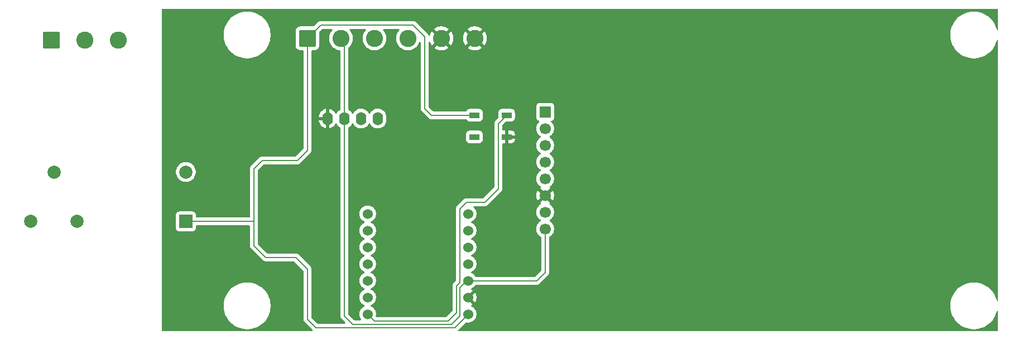
<source format=gtl>
%TF.GenerationSoftware,KiCad,Pcbnew,9.0.2*%
%TF.CreationDate,2025-08-19T17:48:26+02:00*%
%TF.ProjectId,esp32c6-charger,65737033-3263-4362-9d63-686172676572,rev?*%
%TF.SameCoordinates,Original*%
%TF.FileFunction,Copper,L1,Top*%
%TF.FilePolarity,Positive*%
%FSLAX45Y45*%
G04 Gerber Fmt 4.5, Leading zero omitted, Abs format (unit mm)*
G04 Created by KiCad (PCBNEW 9.0.2) date 2025-08-19 17:48:26*
%MOMM*%
%LPD*%
G01*
G04 APERTURE LIST*
G04 Aperture macros list*
%AMRoundRect*
0 Rectangle with rounded corners*
0 $1 Rounding radius*
0 $2 $3 $4 $5 $6 $7 $8 $9 X,Y pos of 4 corners*
0 Add a 4 corners polygon primitive as box body*
4,1,4,$2,$3,$4,$5,$6,$7,$8,$9,$2,$3,0*
0 Add four circle primitives for the rounded corners*
1,1,$1+$1,$2,$3*
1,1,$1+$1,$4,$5*
1,1,$1+$1,$6,$7*
1,1,$1+$1,$8,$9*
0 Add four rect primitives between the rounded corners*
20,1,$1+$1,$2,$3,$4,$5,0*
20,1,$1+$1,$4,$5,$6,$7,0*
20,1,$1+$1,$6,$7,$8,$9,0*
20,1,$1+$1,$8,$9,$2,$3,0*%
G04 Aperture macros list end*
%TA.AperFunction,ComponentPad*%
%ADD10O,1.600000X2.000000*%
%TD*%
%TA.AperFunction,ComponentPad*%
%ADD11R,1.700000X1.700000*%
%TD*%
%TA.AperFunction,ComponentPad*%
%ADD12C,1.700000*%
%TD*%
%TA.AperFunction,SMDPad,CuDef*%
%ADD13RoundRect,0.090000X-0.660000X-0.360000X0.660000X-0.360000X0.660000X0.360000X-0.660000X0.360000X0*%
%TD*%
%TA.AperFunction,ComponentPad*%
%ADD14C,1.524000*%
%TD*%
%TA.AperFunction,ComponentPad*%
%ADD15C,2.000000*%
%TD*%
%TA.AperFunction,ComponentPad*%
%ADD16R,2.000000X2.000000*%
%TD*%
%TA.AperFunction,ComponentPad*%
%ADD17RoundRect,0.250000X-1.050000X-1.050000X1.050000X-1.050000X1.050000X1.050000X-1.050000X1.050000X0*%
%TD*%
%TA.AperFunction,ComponentPad*%
%ADD18C,2.600000*%
%TD*%
%TA.AperFunction,Conductor*%
%ADD19C,0.200000*%
%TD*%
G04 APERTURE END LIST*
D10*
%TO.P,Brd1,1,GND*%
%TO.N,GND*%
X12776200Y-10718800D03*
%TO.P,Brd1,2,VCC*%
%TO.N,VCC*%
X13030200Y-10718800D03*
%TO.P,Brd1,3,SCL*%
%TO.N,SCL*%
X13284200Y-10718800D03*
%TO.P,Brd1,4,SDA*%
%TO.N,SDA*%
X13538200Y-10718800D03*
%TD*%
D11*
%TO.P,RFID1,1,SDA*%
%TO.N,/CS*%
X16078200Y-10617200D03*
D12*
%TO.P,RFID1,2,SCK*%
%TO.N,/SCK*%
X16078200Y-10871200D03*
%TO.P,RFID1,3,MOSI*%
%TO.N,/MOSI*%
X16078200Y-11125200D03*
%TO.P,RFID1,4,MISO*%
%TO.N,/MISO*%
X16078200Y-11379200D03*
%TO.P,RFID1,5,IRQ*%
%TO.N,unconnected-(RFID1-IRQ-Pad5)*%
X16078200Y-11633200D03*
%TO.P,RFID1,6,GND*%
%TO.N,GND*%
X16078200Y-11887200D03*
%TO.P,RFID1,7,RST*%
%TO.N,unconnected-(RFID1-RST-Pad7)*%
X16078200Y-12141200D03*
%TO.P,RFID1,8,3\u002C3V*%
%TO.N,VCC*%
X16078200Y-12395200D03*
%TD*%
D13*
%TO.P,D1,1,VDD*%
%TO.N,+5V*%
X15004000Y-10668200D03*
%TO.P,D1,2,DOUT*%
%TO.N,unconnected-(D1-DOUT-Pad2)*%
X15004000Y-10998200D03*
%TO.P,D1,3,VSS*%
%TO.N,GND*%
X15494000Y-10998200D03*
%TO.P,D1,4,DIN*%
%TO.N,Net-(D1-DIN)*%
X15494000Y-10668200D03*
%TD*%
D14*
%TO.P,U1,1,GPIO0/A0/D0*%
%TO.N,Net-(D1-DIN)*%
X13385800Y-13690600D03*
%TO.P,U1,2,GPIO1/A1/D1*%
%TO.N,/Cable Detect*%
X13385800Y-13436600D03*
%TO.P,U1,3,GPIO2/A2/D2*%
%TO.N,Net-(U1-GPIO2{slash}A2{slash}D2)*%
X13385800Y-13182600D03*
%TO.P,U1,4,GPIO21/D3*%
%TO.N,Net-(U1-GPIO21{slash}D3)*%
X13385800Y-12928600D03*
%TO.P,U1,5,GPIO22/D4/SDA*%
%TO.N,SDA*%
X13385800Y-12674600D03*
%TO.P,U1,6,GPIO23/D5/SCL*%
%TO.N,SCL*%
X13385800Y-12420600D03*
%TO.P,U1,7,GPIO16/D6/TX*%
%TO.N,unconnected-(U1-GPIO16{slash}D6{slash}TX-Pad7)*%
X13385800Y-12166600D03*
%TO.P,U1,8,GPIO17/D7/RX*%
%TO.N,/CS*%
X14909800Y-12166600D03*
%TO.P,U1,9,GPIO19/D8/SCK*%
%TO.N,/SCK*%
X14909800Y-12420600D03*
%TO.P,U1,10,GPIO20/D9/MISO*%
%TO.N,/MISO*%
X14909800Y-12674600D03*
%TO.P,U1,11,GPIO18/D10/MOSI*%
%TO.N,/MOSI*%
X14909800Y-12928600D03*
%TO.P,U1,12,3V3*%
%TO.N,VCC*%
X14909800Y-13182600D03*
%TO.P,U1,13,GND*%
%TO.N,GND*%
X14909800Y-13436600D03*
%TO.P,U1,14,VBUS*%
%TO.N,+5V*%
X14909800Y-13690600D03*
%TD*%
D15*
%TO.P,K1,11*%
%TO.N,Net-(J2-Pin_1)*%
X8627150Y-11531350D03*
%TO.P,K1,12*%
%TO.N,Net-(J2-Pin_3)*%
X8977150Y-12281350D03*
%TO.P,K1,14*%
%TO.N,Net-(J2-Pin_2)*%
X8277150Y-12281350D03*
D16*
%TO.P,K1,A1*%
%TO.N,+5V*%
X10627150Y-12281350D03*
D15*
%TO.P,K1,A2*%
%TO.N,/Relais*%
X10627150Y-11531350D03*
%TD*%
D17*
%TO.P,J1,1,Pin_1*%
%TO.N,+5V*%
X12471400Y-9499600D03*
D18*
%TO.P,J1,2,Pin_2*%
%TO.N,VCC*%
X12979400Y-9499600D03*
%TO.P,J1,3,Pin_3*%
%TO.N,/Cable lock*%
X13487400Y-9499600D03*
%TO.P,J1,4,Pin_4*%
%TO.N,/Cable Detect*%
X13995400Y-9499600D03*
%TO.P,J1,5,Pin_5*%
%TO.N,GND*%
X14503400Y-9499600D03*
%TO.P,J1,6,Pin_6*%
X15011400Y-9499600D03*
%TD*%
D17*
%TO.P,J2,1,Pin_1*%
%TO.N,Net-(J2-Pin_1)*%
X8585200Y-9525000D03*
D18*
%TO.P,J2,2,Pin_2*%
%TO.N,Net-(J2-Pin_2)*%
X9093200Y-9525000D03*
%TO.P,J2,3,Pin_3*%
%TO.N,Net-(J2-Pin_3)*%
X9601200Y-9525000D03*
%TD*%
D19*
%TO.N,VCC*%
X16078200Y-13055600D02*
X16078200Y-12395200D01*
X14655800Y-13843000D02*
X14782800Y-13716000D01*
X14782800Y-13284200D02*
X14884400Y-13182600D01*
X14782800Y-13716000D02*
X14782800Y-13284200D01*
X13030200Y-10718800D02*
X13030200Y-13716000D01*
X15951200Y-13182600D02*
X16078200Y-13055600D01*
X14884400Y-13182600D02*
X15036800Y-13182600D01*
X13157200Y-13843000D02*
X14655800Y-13843000D01*
X15036800Y-13182600D02*
X14909800Y-13182600D01*
X13030200Y-9550400D02*
X13030200Y-10718800D01*
X12979400Y-9499600D02*
X13030200Y-9550400D01*
X14909800Y-13182600D02*
X15951200Y-13182600D01*
X13030200Y-13716000D02*
X13157200Y-13843000D01*
%TO.N,Net-(J2-Pin_2)*%
X8293550Y-12281350D02*
X8305800Y-12293600D01*
X8277150Y-12281350D02*
X8293550Y-12281350D01*
%TO.N,Net-(J2-Pin_1)*%
X8585200Y-11489400D02*
X8627150Y-11531350D01*
%TO.N,+5V*%
X12471400Y-13004800D02*
X12293600Y-12827000D01*
X11658600Y-12115800D02*
X11658600Y-11480800D01*
X10627150Y-12281350D02*
X11658600Y-12281350D01*
X12471400Y-11201400D02*
X12471400Y-9499600D01*
X12319000Y-11353800D02*
X12471400Y-11201400D01*
X14909800Y-13690600D02*
X14706600Y-13893800D01*
X12471400Y-13766800D02*
X12471400Y-13004800D01*
X12598400Y-13893800D02*
X12471400Y-13766800D01*
X14071600Y-9296400D02*
X14249400Y-9474200D01*
X11658600Y-11480800D02*
X11785600Y-11353800D01*
X12293600Y-12827000D02*
X11836400Y-12827000D01*
X14249400Y-10566400D02*
X14351200Y-10668200D01*
X12471400Y-9499600D02*
X12674600Y-9296400D01*
X11836400Y-12827000D02*
X11658600Y-12649200D01*
X11658600Y-12649200D02*
X11658600Y-12115800D01*
X11658600Y-12281350D02*
X11658600Y-12115800D01*
X14351200Y-10668200D02*
X15004000Y-10668200D01*
X14249400Y-9474200D02*
X14249400Y-10566400D01*
X14706600Y-13893800D02*
X12598400Y-13893800D01*
X12674600Y-9296400D02*
X14071600Y-9296400D01*
X11785600Y-11353800D02*
X12319000Y-11353800D01*
%TO.N,Net-(D1-DIN)*%
X15494000Y-10668200D02*
X15367000Y-10795200D01*
X14782800Y-12090400D02*
X14782800Y-13208000D01*
X14732000Y-13258800D02*
X14732000Y-13665200D01*
X14732000Y-13665200D02*
X14605000Y-13792200D01*
X14782800Y-13208000D02*
X14732000Y-13258800D01*
X15367000Y-10795200D02*
X15367000Y-11785600D01*
X13487400Y-13792200D02*
X13385800Y-13690600D01*
X15367000Y-11785600D02*
X15163800Y-11988800D01*
X14605000Y-13792200D02*
X13487400Y-13792200D01*
X14884400Y-11988800D02*
X14782800Y-12090400D01*
X15163800Y-11988800D02*
X14884400Y-11988800D01*
%TD*%
%TA.AperFunction,Conductor*%
%TO.N,GND*%
G36*
X22944254Y-9052019D02*
G01*
X22948829Y-9057299D01*
X22949950Y-9062450D01*
X22949950Y-9360743D01*
X22947981Y-9367447D01*
X22942701Y-9372022D01*
X22935785Y-9373017D01*
X22929430Y-9370114D01*
X22925652Y-9364237D01*
X22925388Y-9363162D01*
X22925201Y-9362219D01*
X22925200Y-9362218D01*
X22925200Y-9362218D01*
X22925200Y-9362218D01*
X22915049Y-9328754D01*
X22901667Y-9296447D01*
X22885183Y-9265607D01*
X22865755Y-9236531D01*
X22843571Y-9209500D01*
X22843571Y-9209500D01*
X22843570Y-9209499D01*
X22818844Y-9184773D01*
X22791813Y-9162589D01*
X22791813Y-9162589D01*
X22791812Y-9162589D01*
X22762737Y-9143161D01*
X22762736Y-9143160D01*
X22762735Y-9143160D01*
X22731897Y-9126677D01*
X22731897Y-9126676D01*
X22699589Y-9113294D01*
X22666125Y-9103143D01*
X22666124Y-9103143D01*
X22631829Y-9096321D01*
X22631828Y-9096321D01*
X22605511Y-9093729D01*
X22597028Y-9092894D01*
X22562059Y-9092894D01*
X22554213Y-9093666D01*
X22527259Y-9096321D01*
X22527257Y-9096321D01*
X22492963Y-9103143D01*
X22492962Y-9103143D01*
X22459497Y-9113294D01*
X22427190Y-9126676D01*
X22427190Y-9126677D01*
X22396351Y-9143160D01*
X22396350Y-9143161D01*
X22367275Y-9162588D01*
X22367274Y-9162589D01*
X22340243Y-9184773D01*
X22315517Y-9209499D01*
X22293332Y-9236531D01*
X22293331Y-9236532D01*
X22273905Y-9265606D01*
X22273904Y-9265608D01*
X22257420Y-9296446D01*
X22257420Y-9296447D01*
X22244038Y-9328754D01*
X22233886Y-9362218D01*
X22233886Y-9362220D01*
X22227065Y-9396514D01*
X22227064Y-9396516D01*
X22224772Y-9419795D01*
X22223637Y-9431315D01*
X22223637Y-9434457D01*
X22223637Y-9466285D01*
X22224667Y-9476746D01*
X22227064Y-9501084D01*
X22227065Y-9501086D01*
X22233886Y-9535380D01*
X22233886Y-9535382D01*
X22244038Y-9568846D01*
X22248402Y-9579383D01*
X22255628Y-9596828D01*
X22257420Y-9601153D01*
X22257420Y-9601154D01*
X22273904Y-9631992D01*
X22273905Y-9631994D01*
X22293331Y-9661068D01*
X22293332Y-9661069D01*
X22315517Y-9688101D01*
X22340243Y-9712827D01*
X22340243Y-9712827D01*
X22340243Y-9712827D01*
X22367275Y-9735012D01*
X22396350Y-9754439D01*
X22396351Y-9754440D01*
X22396351Y-9754440D01*
X22427190Y-9770923D01*
X22427190Y-9770923D01*
X22427190Y-9770924D01*
X22459498Y-9784306D01*
X22492961Y-9794457D01*
X22492962Y-9794457D01*
X22492962Y-9794457D01*
X22492963Y-9794457D01*
X22514469Y-9798735D01*
X22527258Y-9801279D01*
X22562059Y-9804707D01*
X22562059Y-9804707D01*
X22597028Y-9804707D01*
X22597028Y-9804707D01*
X22631829Y-9801279D01*
X22648805Y-9797902D01*
X22666124Y-9794457D01*
X22666125Y-9794457D01*
X22666125Y-9794457D01*
X22666126Y-9794457D01*
X22699589Y-9784306D01*
X22731897Y-9770924D01*
X22762737Y-9754439D01*
X22791812Y-9735012D01*
X22818844Y-9712827D01*
X22843571Y-9688100D01*
X22865755Y-9661069D01*
X22885183Y-9631993D01*
X22901667Y-9601153D01*
X22915049Y-9568846D01*
X22925200Y-9535383D01*
X22925388Y-9534438D01*
X22928627Y-9528247D01*
X22934698Y-9524789D01*
X22941675Y-9525163D01*
X22947342Y-9529250D01*
X22949901Y-9535752D01*
X22949950Y-9536857D01*
X22949950Y-13475543D01*
X22947981Y-13482247D01*
X22942701Y-13486822D01*
X22935785Y-13487817D01*
X22929430Y-13484914D01*
X22925652Y-13479036D01*
X22925388Y-13477962D01*
X22925201Y-13477019D01*
X22925200Y-13477018D01*
X22925200Y-13477018D01*
X22925200Y-13477017D01*
X22915049Y-13443554D01*
X22901667Y-13411247D01*
X22901083Y-13410154D01*
X22885183Y-13380408D01*
X22885183Y-13380408D01*
X22885183Y-13380407D01*
X22865755Y-13351331D01*
X22843571Y-13324300D01*
X22843571Y-13324299D01*
X22843570Y-13324299D01*
X22818844Y-13299573D01*
X22791813Y-13277389D01*
X22791813Y-13277389D01*
X22791812Y-13277388D01*
X22762737Y-13257961D01*
X22762736Y-13257960D01*
X22762735Y-13257960D01*
X22731897Y-13241477D01*
X22731897Y-13241476D01*
X22699589Y-13228094D01*
X22666125Y-13217943D01*
X22666124Y-13217943D01*
X22631829Y-13211121D01*
X22631828Y-13211121D01*
X22605511Y-13208529D01*
X22597028Y-13207693D01*
X22562059Y-13207693D01*
X22554213Y-13208466D01*
X22527259Y-13211121D01*
X22527257Y-13211121D01*
X22492963Y-13217943D01*
X22492962Y-13217943D01*
X22459497Y-13228094D01*
X22427190Y-13241476D01*
X22427190Y-13241477D01*
X22396351Y-13257960D01*
X22396350Y-13257961D01*
X22367275Y-13277388D01*
X22367274Y-13277389D01*
X22340243Y-13299573D01*
X22315517Y-13324299D01*
X22293332Y-13351330D01*
X22293331Y-13351332D01*
X22273905Y-13380406D01*
X22273904Y-13380408D01*
X22257420Y-13411246D01*
X22257420Y-13411247D01*
X22244038Y-13443554D01*
X22233886Y-13477018D01*
X22233886Y-13477019D01*
X22227065Y-13511314D01*
X22227064Y-13511316D01*
X22223637Y-13546116D01*
X22223637Y-13581084D01*
X22227064Y-13615884D01*
X22227065Y-13615886D01*
X22233886Y-13650180D01*
X22233886Y-13650181D01*
X22244038Y-13683646D01*
X22253500Y-13706491D01*
X22255628Y-13711628D01*
X22257420Y-13715953D01*
X22257420Y-13715954D01*
X22273904Y-13746792D01*
X22273905Y-13746794D01*
X22293331Y-13775868D01*
X22293332Y-13775869D01*
X22315517Y-13802901D01*
X22340243Y-13827627D01*
X22340243Y-13827627D01*
X22340243Y-13827627D01*
X22367275Y-13849811D01*
X22396350Y-13869239D01*
X22396351Y-13869240D01*
X22396351Y-13869240D01*
X22427190Y-13885723D01*
X22427190Y-13885723D01*
X22427190Y-13885724D01*
X22459498Y-13899106D01*
X22492961Y-13909257D01*
X22492962Y-13909257D01*
X22492962Y-13909257D01*
X22492963Y-13909257D01*
X22514469Y-13913535D01*
X22527258Y-13916079D01*
X22562059Y-13919506D01*
X22562059Y-13919506D01*
X22597028Y-13919506D01*
X22597028Y-13919506D01*
X22631829Y-13916079D01*
X22648805Y-13912702D01*
X22666124Y-13909257D01*
X22666125Y-13909257D01*
X22666125Y-13909257D01*
X22666126Y-13909257D01*
X22699589Y-13899106D01*
X22731897Y-13885724D01*
X22762737Y-13869239D01*
X22791812Y-13849811D01*
X22818844Y-13827627D01*
X22843571Y-13802900D01*
X22865755Y-13775869D01*
X22885183Y-13746793D01*
X22901667Y-13715953D01*
X22915049Y-13683646D01*
X22925200Y-13650182D01*
X22925388Y-13649238D01*
X22928627Y-13643047D01*
X22934698Y-13639589D01*
X22941675Y-13639963D01*
X22947342Y-13644050D01*
X22949901Y-13650552D01*
X22949950Y-13651657D01*
X22949950Y-13937550D01*
X22947981Y-13944254D01*
X22942701Y-13948829D01*
X22937550Y-13949950D01*
X14765310Y-13949950D01*
X14758606Y-13947981D01*
X14754030Y-13942701D01*
X14753036Y-13935785D01*
X14755938Y-13929430D01*
X14756541Y-13928782D01*
X14799600Y-13885723D01*
X14868347Y-13816976D01*
X14874479Y-13813628D01*
X14879752Y-13813684D01*
X14879755Y-13813665D01*
X14879884Y-13813685D01*
X14880010Y-13813687D01*
X14880235Y-13813741D01*
X14880236Y-13813741D01*
X14899864Y-13816850D01*
X14899864Y-13816850D01*
X14919736Y-13816850D01*
X14919736Y-13816850D01*
X14939364Y-13813741D01*
X14958263Y-13807600D01*
X14975969Y-13798579D01*
X14992046Y-13786898D01*
X15006098Y-13772846D01*
X15017779Y-13756769D01*
X15026800Y-13739063D01*
X15032941Y-13720164D01*
X15036050Y-13700536D01*
X15036050Y-13680664D01*
X15032941Y-13661036D01*
X15027392Y-13643958D01*
X15026801Y-13642137D01*
X15026800Y-13642137D01*
X15017779Y-13624430D01*
X15011571Y-13615886D01*
X15006098Y-13608354D01*
X14992046Y-13594302D01*
X14975969Y-13582621D01*
X14960267Y-13574620D01*
X14955187Y-13569823D01*
X14953508Y-13563041D01*
X14955761Y-13556427D01*
X14960267Y-13552523D01*
X14975942Y-13544536D01*
X14979671Y-13541827D01*
X14918209Y-13480365D01*
X14926957Y-13478021D01*
X14937093Y-13472169D01*
X14945369Y-13463893D01*
X14951221Y-13453757D01*
X14953565Y-13445009D01*
X15015027Y-13506471D01*
X15017736Y-13502742D01*
X15026754Y-13485044D01*
X15032892Y-13466152D01*
X15032892Y-13466152D01*
X15036000Y-13446532D01*
X15036000Y-13426668D01*
X15032892Y-13407048D01*
X15032892Y-13407048D01*
X15026754Y-13388156D01*
X15017736Y-13370457D01*
X15015027Y-13366728D01*
X14953565Y-13428190D01*
X14951221Y-13419443D01*
X14945369Y-13409307D01*
X14937093Y-13401031D01*
X14926957Y-13395179D01*
X14918209Y-13392835D01*
X14979671Y-13331373D01*
X14975943Y-13328664D01*
X14960267Y-13320676D01*
X14955187Y-13315879D01*
X14953508Y-13309097D01*
X14955761Y-13302483D01*
X14960267Y-13298580D01*
X14975969Y-13290579D01*
X14992046Y-13278898D01*
X15006098Y-13264846D01*
X15017779Y-13248769D01*
X15017779Y-13248769D01*
X15017900Y-13248571D01*
X15017966Y-13248512D01*
X15018065Y-13248375D01*
X15018094Y-13248396D01*
X15023081Y-13243884D01*
X15028473Y-13242650D01*
X15942533Y-13242650D01*
X15942535Y-13242650D01*
X15943294Y-13242650D01*
X15959105Y-13242650D01*
X15959106Y-13242650D01*
X15974378Y-13238558D01*
X15974379Y-13238557D01*
X15974379Y-13238557D01*
X15974379Y-13238557D01*
X15979464Y-13235622D01*
X15979464Y-13235621D01*
X15988072Y-13230652D01*
X15999252Y-13219472D01*
X15999252Y-13219471D01*
X16000272Y-13218451D01*
X16000273Y-13218451D01*
X16115071Y-13103652D01*
X16115072Y-13103652D01*
X16126252Y-13092472D01*
X16131264Y-13083790D01*
X16134158Y-13078778D01*
X16138250Y-13063506D01*
X16138250Y-13047694D01*
X16138250Y-12523772D01*
X16140218Y-12517068D01*
X16145021Y-12512723D01*
X16148981Y-12510705D01*
X16148981Y-12510705D01*
X16148982Y-12510705D01*
X16159798Y-12502847D01*
X16166179Y-12498211D01*
X16166179Y-12498211D01*
X16166179Y-12498210D01*
X16181210Y-12483179D01*
X16181211Y-12483179D01*
X16181211Y-12483179D01*
X16193705Y-12465982D01*
X16193705Y-12465982D01*
X16193705Y-12465982D01*
X16203356Y-12447041D01*
X16209925Y-12426824D01*
X16213250Y-12405829D01*
X16213250Y-12384571D01*
X16209925Y-12363576D01*
X16203356Y-12343359D01*
X16193705Y-12324418D01*
X16193705Y-12324418D01*
X16193705Y-12324418D01*
X16181211Y-12307221D01*
X16166179Y-12292189D01*
X16148982Y-12279695D01*
X16148911Y-12279659D01*
X16148105Y-12279248D01*
X16143026Y-12274451D01*
X16141346Y-12267669D01*
X16143600Y-12261056D01*
X16148105Y-12257151D01*
X16148982Y-12256705D01*
X16159798Y-12248847D01*
X16166179Y-12244211D01*
X16166179Y-12244211D01*
X16166179Y-12244210D01*
X16181210Y-12229179D01*
X16181211Y-12229179D01*
X16181211Y-12229179D01*
X16193705Y-12211982D01*
X16193705Y-12211982D01*
X16193705Y-12211982D01*
X16203356Y-12193041D01*
X16209925Y-12172824D01*
X16213250Y-12151829D01*
X16213250Y-12130571D01*
X16209925Y-12109576D01*
X16203356Y-12089359D01*
X16193705Y-12070418D01*
X16193705Y-12070418D01*
X16193705Y-12070418D01*
X16181211Y-12053221D01*
X16166179Y-12038189D01*
X16148982Y-12025695D01*
X16148050Y-12025220D01*
X16142971Y-12020423D01*
X16141291Y-12013641D01*
X16143545Y-12007027D01*
X16148051Y-12003123D01*
X16148955Y-12002662D01*
X16154372Y-11998727D01*
X16154372Y-11998727D01*
X16091141Y-11935496D01*
X16097499Y-11933792D01*
X16108901Y-11927210D01*
X16118210Y-11917901D01*
X16124792Y-11906499D01*
X16126496Y-11900141D01*
X16189727Y-11963372D01*
X16189727Y-11963372D01*
X16193662Y-11957955D01*
X16203309Y-11939022D01*
X16209876Y-11918813D01*
X16209876Y-11918813D01*
X16213200Y-11897825D01*
X16213200Y-11876575D01*
X16209876Y-11855587D01*
X16209876Y-11855587D01*
X16203309Y-11835378D01*
X16193662Y-11816445D01*
X16189727Y-11811028D01*
X16189727Y-11811028D01*
X16126496Y-11874259D01*
X16124792Y-11867901D01*
X16118210Y-11856499D01*
X16108901Y-11847190D01*
X16097499Y-11840607D01*
X16091141Y-11838904D01*
X16154372Y-11775673D01*
X16148955Y-11771737D01*
X16148955Y-11771737D01*
X16148050Y-11771276D01*
X16142971Y-11766479D01*
X16141291Y-11759697D01*
X16143545Y-11753083D01*
X16148051Y-11749179D01*
X16148982Y-11748705D01*
X16156901Y-11742951D01*
X16166179Y-11736211D01*
X16166179Y-11736211D01*
X16166179Y-11736210D01*
X16181210Y-11721179D01*
X16181211Y-11721179D01*
X16181211Y-11721179D01*
X16193705Y-11703982D01*
X16193705Y-11703982D01*
X16193705Y-11703982D01*
X16203356Y-11685041D01*
X16209925Y-11664824D01*
X16213250Y-11643829D01*
X16213250Y-11622571D01*
X16209925Y-11601576D01*
X16203356Y-11581359D01*
X16193705Y-11562418D01*
X16193705Y-11562418D01*
X16193705Y-11562418D01*
X16181211Y-11545221D01*
X16166179Y-11530189D01*
X16148982Y-11517695D01*
X16148911Y-11517659D01*
X16148105Y-11517248D01*
X16143026Y-11512451D01*
X16141346Y-11505669D01*
X16143600Y-11499056D01*
X16148105Y-11495151D01*
X16148982Y-11494705D01*
X16155862Y-11489706D01*
X16166179Y-11482211D01*
X16166179Y-11482211D01*
X16166179Y-11482210D01*
X16181210Y-11467179D01*
X16181211Y-11467179D01*
X16181211Y-11467179D01*
X16193705Y-11449982D01*
X16193705Y-11449982D01*
X16193705Y-11449982D01*
X16203356Y-11431041D01*
X16209925Y-11410824D01*
X16213250Y-11389829D01*
X16213250Y-11368571D01*
X16209925Y-11347576D01*
X16203356Y-11327359D01*
X16193705Y-11308418D01*
X16193705Y-11308418D01*
X16193705Y-11308418D01*
X16181211Y-11291221D01*
X16166179Y-11276189D01*
X16148982Y-11263695D01*
X16148911Y-11263659D01*
X16148105Y-11263248D01*
X16143026Y-11258451D01*
X16141346Y-11251669D01*
X16143600Y-11245056D01*
X16148105Y-11241151D01*
X16148982Y-11240705D01*
X16152331Y-11238272D01*
X16166179Y-11228211D01*
X16166179Y-11228211D01*
X16166179Y-11228210D01*
X16181210Y-11213179D01*
X16181211Y-11213179D01*
X16181211Y-11213179D01*
X16193705Y-11195982D01*
X16193705Y-11195982D01*
X16193705Y-11195982D01*
X16203356Y-11177041D01*
X16209925Y-11156824D01*
X16213250Y-11135829D01*
X16213250Y-11114571D01*
X16209925Y-11093576D01*
X16203356Y-11073359D01*
X16193705Y-11054418D01*
X16193705Y-11054418D01*
X16193705Y-11054418D01*
X16181211Y-11037221D01*
X16166179Y-11022189D01*
X16148982Y-11009695D01*
X16148911Y-11009659D01*
X16148105Y-11009249D01*
X16143026Y-11004451D01*
X16141346Y-10997669D01*
X16143600Y-10991056D01*
X16148105Y-10987152D01*
X16148982Y-10986705D01*
X16151179Y-10985109D01*
X16166179Y-10974211D01*
X16166179Y-10974211D01*
X16166179Y-10974210D01*
X16181210Y-10959179D01*
X16181211Y-10959179D01*
X16181211Y-10959179D01*
X16193705Y-10941982D01*
X16193705Y-10941982D01*
X16193705Y-10941982D01*
X16203356Y-10923041D01*
X16209925Y-10902824D01*
X16213250Y-10881829D01*
X16213250Y-10860571D01*
X16209925Y-10839576D01*
X16203356Y-10819359D01*
X16193705Y-10800418D01*
X16193705Y-10800418D01*
X16193705Y-10800418D01*
X16181211Y-10783221D01*
X16169857Y-10771867D01*
X16166508Y-10765735D01*
X16167007Y-10758766D01*
X16171194Y-10753173D01*
X16174291Y-10751481D01*
X16187433Y-10746580D01*
X16198955Y-10737955D01*
X16207580Y-10726433D01*
X16212609Y-10712948D01*
X16213250Y-10706987D01*
X16213250Y-10527413D01*
X16212609Y-10521452D01*
X16207580Y-10507967D01*
X16207579Y-10507967D01*
X16207579Y-10507966D01*
X16198955Y-10496446D01*
X16198954Y-10496445D01*
X16187433Y-10487821D01*
X16187433Y-10487820D01*
X16173948Y-10482791D01*
X16173948Y-10482791D01*
X16167988Y-10482150D01*
X16167988Y-10482150D01*
X16167987Y-10482150D01*
X16167986Y-10482150D01*
X15988413Y-10482150D01*
X15988412Y-10482150D01*
X15982452Y-10482791D01*
X15968967Y-10487820D01*
X15968966Y-10487821D01*
X15957445Y-10496445D01*
X15957445Y-10496446D01*
X15948821Y-10507966D01*
X15948820Y-10507967D01*
X15943791Y-10521452D01*
X15943150Y-10527412D01*
X15943150Y-10527412D01*
X15943150Y-10527414D01*
X15943150Y-10706987D01*
X15943150Y-10706988D01*
X15943791Y-10712948D01*
X15948820Y-10726433D01*
X15948821Y-10726434D01*
X15957445Y-10737954D01*
X15957445Y-10737955D01*
X15968966Y-10746579D01*
X15968967Y-10746580D01*
X15982108Y-10751481D01*
X15987702Y-10755668D01*
X15990143Y-10762215D01*
X15988658Y-10769042D01*
X15986543Y-10771867D01*
X15975189Y-10783222D01*
X15962695Y-10800418D01*
X15953044Y-10819359D01*
X15946475Y-10839576D01*
X15943348Y-10859322D01*
X15943150Y-10860571D01*
X15943150Y-10881829D01*
X15946475Y-10902824D01*
X15949008Y-10910620D01*
X15953044Y-10923041D01*
X15962695Y-10941982D01*
X15975189Y-10959179D01*
X15990221Y-10974211D01*
X16007418Y-10986705D01*
X16008295Y-10987152D01*
X16013374Y-10991949D01*
X16015054Y-10998731D01*
X16012800Y-11005345D01*
X16008295Y-11009248D01*
X16007418Y-11009695D01*
X15990221Y-11022189D01*
X15975189Y-11037221D01*
X15962695Y-11054418D01*
X15953044Y-11073359D01*
X15946475Y-11093576D01*
X15943150Y-11114571D01*
X15943150Y-11135829D01*
X15946475Y-11156824D01*
X15953044Y-11177041D01*
X15962695Y-11195982D01*
X15975189Y-11213179D01*
X15990221Y-11228211D01*
X16007418Y-11240705D01*
X16008295Y-11241152D01*
X16013374Y-11245949D01*
X16015054Y-11252731D01*
X16012800Y-11259345D01*
X16008295Y-11263248D01*
X16007418Y-11263695D01*
X15990221Y-11276189D01*
X15975189Y-11291221D01*
X15962695Y-11308418D01*
X15953044Y-11327358D01*
X15946475Y-11347576D01*
X15943150Y-11368571D01*
X15943150Y-11389829D01*
X15943540Y-11392293D01*
X15946306Y-11409758D01*
X15946475Y-11410824D01*
X15948449Y-11416898D01*
X15953044Y-11431041D01*
X15962695Y-11449982D01*
X15975189Y-11467179D01*
X15990221Y-11482211D01*
X16007418Y-11494705D01*
X16008295Y-11495152D01*
X16013374Y-11499949D01*
X16015054Y-11506731D01*
X16012800Y-11513345D01*
X16008295Y-11517248D01*
X16007418Y-11517695D01*
X15990221Y-11530189D01*
X15975189Y-11545221D01*
X15962695Y-11562418D01*
X15953044Y-11581358D01*
X15946475Y-11601576D01*
X15943150Y-11622571D01*
X15943150Y-11643829D01*
X15943462Y-11645802D01*
X15946475Y-11664824D01*
X15953044Y-11685041D01*
X15962695Y-11703982D01*
X15975189Y-11721179D01*
X15990221Y-11736211D01*
X16007418Y-11748705D01*
X16007418Y-11748705D01*
X16007418Y-11748705D01*
X16008349Y-11749179D01*
X16013429Y-11753977D01*
X16015109Y-11760759D01*
X16012855Y-11767372D01*
X16008350Y-11771276D01*
X16007445Y-11771738D01*
X16007444Y-11771738D01*
X16002028Y-11775673D01*
X16002028Y-11775673D01*
X16065259Y-11838904D01*
X16058901Y-11840607D01*
X16047499Y-11847190D01*
X16038190Y-11856499D01*
X16031607Y-11867901D01*
X16029904Y-11874259D01*
X15966673Y-11811028D01*
X15966673Y-11811028D01*
X15962738Y-11816444D01*
X15953090Y-11835378D01*
X15946524Y-11855587D01*
X15946524Y-11855587D01*
X15943200Y-11876575D01*
X15943200Y-11897825D01*
X15946524Y-11918813D01*
X15946524Y-11918813D01*
X15953090Y-11939022D01*
X15962737Y-11957955D01*
X15966673Y-11963372D01*
X16029904Y-11900141D01*
X16031607Y-11906499D01*
X16038190Y-11917901D01*
X16047499Y-11927210D01*
X16058901Y-11933792D01*
X16065259Y-11935496D01*
X16002028Y-11998727D01*
X16002028Y-11998727D01*
X16007445Y-12002663D01*
X16007445Y-12002663D01*
X16008349Y-12003123D01*
X16013429Y-12007921D01*
X16015109Y-12014703D01*
X16012855Y-12021316D01*
X16008350Y-12025220D01*
X16007418Y-12025695D01*
X15990221Y-12038189D01*
X15975189Y-12053221D01*
X15962695Y-12070418D01*
X15953044Y-12089358D01*
X15946475Y-12109576D01*
X15943150Y-12130571D01*
X15943150Y-12151829D01*
X15946123Y-12170602D01*
X15946475Y-12172824D01*
X15947690Y-12176563D01*
X15953044Y-12193041D01*
X15962695Y-12211982D01*
X15975189Y-12229179D01*
X15990221Y-12244211D01*
X16007418Y-12256705D01*
X16008295Y-12257152D01*
X16013374Y-12261949D01*
X16015054Y-12268731D01*
X16012800Y-12275345D01*
X16008295Y-12279248D01*
X16007418Y-12279695D01*
X15990221Y-12292189D01*
X15975189Y-12307221D01*
X15962695Y-12324418D01*
X15953044Y-12343358D01*
X15953044Y-12343359D01*
X15953044Y-12343359D01*
X15951830Y-12347096D01*
X15946475Y-12363576D01*
X15943150Y-12384571D01*
X15943150Y-12405829D01*
X15946302Y-12425729D01*
X15946475Y-12426824D01*
X15947962Y-12431400D01*
X15953044Y-12447041D01*
X15962695Y-12465982D01*
X15975189Y-12483179D01*
X15990221Y-12498211D01*
X16007418Y-12510705D01*
X16007418Y-12510705D01*
X16011379Y-12512723D01*
X16016459Y-12517521D01*
X16018150Y-12523772D01*
X16018150Y-13025590D01*
X16016181Y-13032294D01*
X16014518Y-13034358D01*
X15929958Y-13118918D01*
X15923826Y-13122267D01*
X15921190Y-13122550D01*
X15028473Y-13122550D01*
X15021769Y-13120581D01*
X15018081Y-13116813D01*
X15018065Y-13116825D01*
X15017987Y-13116718D01*
X15017900Y-13116628D01*
X15017779Y-13116431D01*
X15017779Y-13116430D01*
X15006098Y-13100354D01*
X14992046Y-13086302D01*
X14975969Y-13074621D01*
X14960322Y-13066648D01*
X14955242Y-13061851D01*
X14953563Y-13055069D01*
X14955816Y-13048455D01*
X14960322Y-13044551D01*
X14975969Y-13036579D01*
X14992046Y-13024898D01*
X15006098Y-13010846D01*
X15017779Y-12994769D01*
X15026800Y-12977063D01*
X15032941Y-12958164D01*
X15036050Y-12938536D01*
X15036050Y-12918664D01*
X15032941Y-12899036D01*
X15029686Y-12889018D01*
X15026801Y-12880137D01*
X15026800Y-12880137D01*
X15017779Y-12862430D01*
X15006098Y-12846354D01*
X14992046Y-12832302D01*
X14975969Y-12820621D01*
X14960322Y-12812648D01*
X14955242Y-12807851D01*
X14953563Y-12801069D01*
X14955816Y-12794455D01*
X14960322Y-12790551D01*
X14975969Y-12782579D01*
X14992046Y-12770898D01*
X15006098Y-12756846D01*
X15017779Y-12740769D01*
X15026800Y-12723063D01*
X15032941Y-12704164D01*
X15036050Y-12684536D01*
X15036050Y-12664664D01*
X15032941Y-12645036D01*
X15029871Y-12635587D01*
X15026801Y-12626137D01*
X15026800Y-12626137D01*
X15017779Y-12608430D01*
X15006098Y-12592354D01*
X14992046Y-12578302D01*
X14975969Y-12566621D01*
X14960322Y-12558648D01*
X14955242Y-12553851D01*
X14953563Y-12547069D01*
X14955816Y-12540455D01*
X14960322Y-12536551D01*
X14975969Y-12528579D01*
X14992046Y-12516898D01*
X15006098Y-12502846D01*
X15017779Y-12486769D01*
X15026800Y-12469063D01*
X15032941Y-12450164D01*
X15036050Y-12430536D01*
X15036050Y-12410664D01*
X15032941Y-12391036D01*
X15026800Y-12372137D01*
X15026800Y-12372137D01*
X15017779Y-12354430D01*
X15017320Y-12353800D01*
X15006098Y-12338354D01*
X14992046Y-12324302D01*
X14975969Y-12312621D01*
X14960322Y-12304648D01*
X14955242Y-12299851D01*
X14953563Y-12293069D01*
X14955816Y-12286455D01*
X14960322Y-12282551D01*
X14975969Y-12274579D01*
X14992046Y-12262898D01*
X15006098Y-12248846D01*
X15017779Y-12232769D01*
X15026800Y-12215063D01*
X15032941Y-12196164D01*
X15036050Y-12176536D01*
X15036050Y-12156664D01*
X15032941Y-12137036D01*
X15026800Y-12118137D01*
X15026800Y-12118137D01*
X15017779Y-12100430D01*
X15006098Y-12084354D01*
X14992046Y-12070302D01*
X14991763Y-12070018D01*
X14988414Y-12063886D01*
X14988912Y-12056917D01*
X14993100Y-12051323D01*
X14999646Y-12048882D01*
X15000531Y-12048850D01*
X15155133Y-12048850D01*
X15155135Y-12048850D01*
X15155894Y-12048850D01*
X15171705Y-12048850D01*
X15171706Y-12048850D01*
X15186978Y-12044758D01*
X15194613Y-12040350D01*
X15200672Y-12036852D01*
X15211852Y-12025672D01*
X15211852Y-12025671D01*
X15212872Y-12024651D01*
X15212873Y-12024651D01*
X15403871Y-11833652D01*
X15403872Y-11833652D01*
X15415052Y-11822472D01*
X15420064Y-11813790D01*
X15422958Y-11808778D01*
X15427050Y-11793506D01*
X15427050Y-11777694D01*
X15427050Y-11776935D01*
X15427050Y-11776933D01*
X15427050Y-11105600D01*
X15429018Y-11098896D01*
X15434299Y-11094321D01*
X15439450Y-11093200D01*
X15469000Y-11093200D01*
X15519000Y-11093200D01*
X15563867Y-11093200D01*
X15575402Y-11091681D01*
X15575402Y-11091681D01*
X15589754Y-11085737D01*
X15589754Y-11085737D01*
X15602079Y-11076279D01*
X15611537Y-11063954D01*
X15611537Y-11063954D01*
X15617481Y-11049602D01*
X15617481Y-11049602D01*
X15619000Y-11038067D01*
X15619000Y-11023200D01*
X15519000Y-11023200D01*
X15519000Y-11093200D01*
X15469000Y-11093200D01*
X15469000Y-10973200D01*
X15519000Y-10973200D01*
X15619000Y-10973200D01*
X15619000Y-10958333D01*
X15617481Y-10946798D01*
X15617481Y-10946798D01*
X15611537Y-10932446D01*
X15611537Y-10932446D01*
X15602079Y-10920121D01*
X15589754Y-10910663D01*
X15575402Y-10904719D01*
X15575402Y-10904719D01*
X15563867Y-10903200D01*
X15519000Y-10903200D01*
X15519000Y-10973200D01*
X15469000Y-10973200D01*
X15469000Y-10903200D01*
X15439450Y-10903200D01*
X15432746Y-10901232D01*
X15428171Y-10895951D01*
X15427050Y-10890800D01*
X15427050Y-10825210D01*
X15429018Y-10818506D01*
X15430681Y-10816442D01*
X15480242Y-10766882D01*
X15486374Y-10763533D01*
X15489010Y-10763250D01*
X15563870Y-10763250D01*
X15575414Y-10761730D01*
X15575415Y-10761730D01*
X15575415Y-10761730D01*
X15589780Y-10755780D01*
X15602115Y-10746315D01*
X15611580Y-10733980D01*
X15617530Y-10719615D01*
X15619050Y-10708070D01*
X15619050Y-10628330D01*
X15619050Y-10628330D01*
X15619050Y-10628330D01*
X15617530Y-10616786D01*
X15617530Y-10616785D01*
X15617530Y-10616785D01*
X15611580Y-10602420D01*
X15602115Y-10590085D01*
X15589780Y-10580620D01*
X15589779Y-10580620D01*
X15575415Y-10574670D01*
X15575415Y-10574670D01*
X15563870Y-10573150D01*
X15424130Y-10573150D01*
X15412586Y-10574670D01*
X15412585Y-10574670D01*
X15398220Y-10580620D01*
X15398220Y-10580620D01*
X15398220Y-10580620D01*
X15385885Y-10590085D01*
X15378552Y-10599642D01*
X15376420Y-10602421D01*
X15370470Y-10616785D01*
X15370470Y-10616785D01*
X15368950Y-10628330D01*
X15368950Y-10703190D01*
X15366981Y-10709894D01*
X15365318Y-10711958D01*
X15330129Y-10747148D01*
X15318948Y-10758328D01*
X15318948Y-10758328D01*
X15318948Y-10758328D01*
X15314408Y-10766191D01*
X15314408Y-10766191D01*
X15311042Y-10772021D01*
X15311042Y-10772021D01*
X15308996Y-10779658D01*
X15306950Y-10787294D01*
X15306950Y-10787295D01*
X15306950Y-10804105D01*
X15306950Y-10804106D01*
X15306950Y-11755590D01*
X15304981Y-11762294D01*
X15303318Y-11764358D01*
X15142558Y-11925118D01*
X15136426Y-11928467D01*
X15133790Y-11928750D01*
X14893067Y-11928750D01*
X14893065Y-11928750D01*
X14892306Y-11928750D01*
X14876494Y-11928750D01*
X14865759Y-11931626D01*
X14861221Y-11932842D01*
X14861221Y-11932842D01*
X14856210Y-11935736D01*
X14856209Y-11935736D01*
X14853674Y-11937200D01*
X14847528Y-11940748D01*
X14847528Y-11940748D01*
X14734748Y-12053528D01*
X14734748Y-12053528D01*
X14731103Y-12059842D01*
X14726842Y-12067221D01*
X14722750Y-12082494D01*
X14722750Y-12082494D01*
X14722750Y-12099305D01*
X14722750Y-12099306D01*
X14722750Y-13177990D01*
X14720781Y-13184694D01*
X14719118Y-13186758D01*
X14683948Y-13221928D01*
X14683948Y-13221928D01*
X14680388Y-13228094D01*
X14676042Y-13235621D01*
X14671950Y-13250894D01*
X14671950Y-13250894D01*
X14671950Y-13267705D01*
X14671950Y-13267706D01*
X14671950Y-13635190D01*
X14669981Y-13641894D01*
X14668318Y-13643958D01*
X14583758Y-13728518D01*
X14577626Y-13731867D01*
X14574990Y-13732150D01*
X13521561Y-13732150D01*
X13514857Y-13730181D01*
X13510282Y-13724901D01*
X13509288Y-13717985D01*
X13509314Y-13717810D01*
X13512050Y-13700536D01*
X13512050Y-13680664D01*
X13508941Y-13661036D01*
X13503392Y-13643958D01*
X13502801Y-13642137D01*
X13502800Y-13642137D01*
X13493779Y-13624430D01*
X13487571Y-13615886D01*
X13482098Y-13608354D01*
X13468046Y-13594302D01*
X13451969Y-13582621D01*
X13436322Y-13574648D01*
X13431242Y-13569851D01*
X13429563Y-13563069D01*
X13431816Y-13556455D01*
X13436322Y-13552551D01*
X13451969Y-13544579D01*
X13468046Y-13532898D01*
X13482098Y-13518846D01*
X13493779Y-13502769D01*
X13502800Y-13485063D01*
X13508941Y-13466164D01*
X13512050Y-13446536D01*
X13512050Y-13426664D01*
X13508941Y-13407036D01*
X13502800Y-13388137D01*
X13502800Y-13388137D01*
X13495016Y-13372860D01*
X13493779Y-13370431D01*
X13482098Y-13354354D01*
X13468046Y-13340302D01*
X13451969Y-13328621D01*
X13436322Y-13320648D01*
X13431242Y-13315851D01*
X13429563Y-13309069D01*
X13431816Y-13302455D01*
X13436322Y-13298551D01*
X13451969Y-13290579D01*
X13468046Y-13278898D01*
X13482098Y-13264846D01*
X13493779Y-13248769D01*
X13502800Y-13231063D01*
X13508941Y-13212164D01*
X13512050Y-13192536D01*
X13512050Y-13172664D01*
X13508941Y-13153036D01*
X13502800Y-13134137D01*
X13502800Y-13134137D01*
X13495894Y-13120581D01*
X13493779Y-13116431D01*
X13482098Y-13100354D01*
X13468046Y-13086302D01*
X13451969Y-13074621D01*
X13436322Y-13066648D01*
X13431242Y-13061851D01*
X13429563Y-13055069D01*
X13431816Y-13048455D01*
X13436322Y-13044551D01*
X13451969Y-13036579D01*
X13468046Y-13024898D01*
X13482098Y-13010846D01*
X13493779Y-12994769D01*
X13502800Y-12977063D01*
X13508941Y-12958164D01*
X13512050Y-12938536D01*
X13512050Y-12918664D01*
X13508941Y-12899036D01*
X13505686Y-12889018D01*
X13502801Y-12880137D01*
X13502800Y-12880137D01*
X13493779Y-12862430D01*
X13482098Y-12846354D01*
X13468046Y-12832302D01*
X13451969Y-12820621D01*
X13436322Y-12812648D01*
X13431242Y-12807851D01*
X13429563Y-12801069D01*
X13431816Y-12794455D01*
X13436322Y-12790551D01*
X13451969Y-12782579D01*
X13468046Y-12770898D01*
X13482098Y-12756846D01*
X13493779Y-12740769D01*
X13502800Y-12723063D01*
X13508941Y-12704164D01*
X13512050Y-12684536D01*
X13512050Y-12664664D01*
X13508941Y-12645036D01*
X13505871Y-12635587D01*
X13502801Y-12626137D01*
X13502800Y-12626137D01*
X13493779Y-12608430D01*
X13482098Y-12592354D01*
X13468046Y-12578302D01*
X13451969Y-12566621D01*
X13436322Y-12558648D01*
X13431242Y-12553851D01*
X13429563Y-12547069D01*
X13431816Y-12540455D01*
X13436322Y-12536551D01*
X13451969Y-12528579D01*
X13468046Y-12516898D01*
X13482098Y-12502846D01*
X13493779Y-12486769D01*
X13502800Y-12469063D01*
X13508941Y-12450164D01*
X13512050Y-12430536D01*
X13512050Y-12410664D01*
X13508941Y-12391036D01*
X13502800Y-12372137D01*
X13502800Y-12372137D01*
X13493779Y-12354430D01*
X13493320Y-12353800D01*
X13482098Y-12338354D01*
X13468046Y-12324302D01*
X13451969Y-12312621D01*
X13436322Y-12304648D01*
X13431242Y-12299851D01*
X13429563Y-12293069D01*
X13431816Y-12286455D01*
X13436322Y-12282551D01*
X13451969Y-12274579D01*
X13468046Y-12262898D01*
X13482098Y-12248846D01*
X13493779Y-12232769D01*
X13502800Y-12215063D01*
X13508941Y-12196164D01*
X13512050Y-12176536D01*
X13512050Y-12156664D01*
X13508941Y-12137036D01*
X13502800Y-12118137D01*
X13502800Y-12118137D01*
X13493779Y-12100430D01*
X13482098Y-12084354D01*
X13468046Y-12070302D01*
X13451969Y-12058621D01*
X13448624Y-12056917D01*
X13434263Y-12049599D01*
X13434263Y-12049599D01*
X13415364Y-12043459D01*
X13405550Y-12041904D01*
X13395736Y-12040350D01*
X13375864Y-12040350D01*
X13369321Y-12041386D01*
X13356236Y-12043459D01*
X13337337Y-12049599D01*
X13337337Y-12049599D01*
X13319630Y-12058621D01*
X13303553Y-12070302D01*
X13289502Y-12084353D01*
X13277821Y-12100430D01*
X13268799Y-12118137D01*
X13268799Y-12118137D01*
X13262659Y-12137036D01*
X13260316Y-12151829D01*
X13259550Y-12156664D01*
X13259550Y-12176536D01*
X13261104Y-12186350D01*
X13262659Y-12196164D01*
X13268799Y-12215063D01*
X13268799Y-12215063D01*
X13271406Y-12220179D01*
X13277821Y-12232769D01*
X13289502Y-12248846D01*
X13303554Y-12262898D01*
X13319631Y-12274579D01*
X13321134Y-12275345D01*
X13335278Y-12282551D01*
X13340358Y-12287349D01*
X13342037Y-12294131D01*
X13339783Y-12300745D01*
X13335278Y-12304648D01*
X13319630Y-12312621D01*
X13303553Y-12324302D01*
X13289502Y-12338353D01*
X13277821Y-12354430D01*
X13268799Y-12372137D01*
X13268799Y-12372137D01*
X13262659Y-12391036D01*
X13259550Y-12410664D01*
X13259550Y-12430536D01*
X13262659Y-12450164D01*
X13268799Y-12469063D01*
X13268799Y-12469063D01*
X13275992Y-12483179D01*
X13277821Y-12486769D01*
X13289502Y-12502846D01*
X13303554Y-12516898D01*
X13319631Y-12528579D01*
X13331483Y-12534618D01*
X13335278Y-12536551D01*
X13340358Y-12541349D01*
X13342037Y-12548131D01*
X13339783Y-12554745D01*
X13335278Y-12558648D01*
X13319630Y-12566621D01*
X13303553Y-12578302D01*
X13289502Y-12592353D01*
X13277821Y-12608430D01*
X13268799Y-12626137D01*
X13268799Y-12626137D01*
X13262659Y-12645036D01*
X13259550Y-12664664D01*
X13259550Y-12684536D01*
X13262659Y-12704164D01*
X13268799Y-12723063D01*
X13268799Y-12723063D01*
X13277821Y-12740769D01*
X13289502Y-12756846D01*
X13303554Y-12770898D01*
X13319631Y-12782579D01*
X13331483Y-12788618D01*
X13335278Y-12790551D01*
X13340358Y-12795349D01*
X13342037Y-12802131D01*
X13339783Y-12808745D01*
X13335278Y-12812648D01*
X13319630Y-12820621D01*
X13303553Y-12832302D01*
X13289502Y-12846353D01*
X13277821Y-12862430D01*
X13268799Y-12880137D01*
X13268799Y-12880137D01*
X13262659Y-12899036D01*
X13259550Y-12918664D01*
X13259550Y-12938536D01*
X13262659Y-12958164D01*
X13268799Y-12977063D01*
X13268799Y-12977063D01*
X13271122Y-12981621D01*
X13277821Y-12994769D01*
X13289502Y-13010846D01*
X13303554Y-13024898D01*
X13319631Y-13036579D01*
X13331483Y-13042618D01*
X13335278Y-13044551D01*
X13340358Y-13049349D01*
X13342037Y-13056131D01*
X13339783Y-13062745D01*
X13335278Y-13066648D01*
X13319630Y-13074621D01*
X13303553Y-13086302D01*
X13289502Y-13100353D01*
X13277821Y-13116430D01*
X13268799Y-13134137D01*
X13268799Y-13134137D01*
X13262659Y-13153036D01*
X13259550Y-13172664D01*
X13259550Y-13192536D01*
X13262659Y-13212164D01*
X13268799Y-13231063D01*
X13268799Y-13231063D01*
X13274105Y-13241476D01*
X13277821Y-13248769D01*
X13289502Y-13264846D01*
X13303554Y-13278898D01*
X13319631Y-13290579D01*
X13331365Y-13296558D01*
X13335278Y-13298551D01*
X13340358Y-13303349D01*
X13342037Y-13310131D01*
X13339783Y-13316745D01*
X13335278Y-13320648D01*
X13319630Y-13328621D01*
X13303553Y-13340302D01*
X13289502Y-13354353D01*
X13277821Y-13370430D01*
X13268799Y-13388137D01*
X13268799Y-13388137D01*
X13262659Y-13407036D01*
X13259550Y-13426664D01*
X13259550Y-13446536D01*
X13262659Y-13466164D01*
X13268799Y-13485063D01*
X13268799Y-13485063D01*
X13270202Y-13487817D01*
X13277821Y-13502769D01*
X13289502Y-13518846D01*
X13303554Y-13532898D01*
X13319631Y-13544579D01*
X13331483Y-13550618D01*
X13335278Y-13552551D01*
X13340358Y-13557349D01*
X13342037Y-13564131D01*
X13339783Y-13570745D01*
X13335278Y-13574648D01*
X13319630Y-13582621D01*
X13303553Y-13594302D01*
X13289502Y-13608353D01*
X13277821Y-13624430D01*
X13268799Y-13642137D01*
X13268799Y-13642137D01*
X13262659Y-13661036D01*
X13259550Y-13680664D01*
X13259550Y-13700536D01*
X13262659Y-13720164D01*
X13268799Y-13739063D01*
X13268799Y-13739063D01*
X13277821Y-13756770D01*
X13282538Y-13763261D01*
X13284886Y-13769842D01*
X13283303Y-13776647D01*
X13278293Y-13781517D01*
X13272506Y-13782950D01*
X13187210Y-13782950D01*
X13180506Y-13780981D01*
X13178442Y-13779318D01*
X13093882Y-13694758D01*
X13090533Y-13688626D01*
X13090250Y-13685990D01*
X13090250Y-10958330D01*
X14878950Y-10958330D01*
X14878950Y-11038070D01*
X14880470Y-11049614D01*
X14880470Y-11049615D01*
X14886409Y-11063954D01*
X14886420Y-11063980D01*
X14895885Y-11076315D01*
X14908220Y-11085780D01*
X14922585Y-11091730D01*
X14934130Y-11093250D01*
X15073870Y-11093250D01*
X15073870Y-11093250D01*
X15085414Y-11091730D01*
X15085415Y-11091730D01*
X15085415Y-11091730D01*
X15099780Y-11085780D01*
X15112115Y-11076315D01*
X15121580Y-11063980D01*
X15127530Y-11049615D01*
X15129050Y-11038070D01*
X15129050Y-10958330D01*
X15129050Y-10958330D01*
X15129050Y-10958330D01*
X15127530Y-10946786D01*
X15127530Y-10946785D01*
X15127530Y-10946785D01*
X15121580Y-10932420D01*
X15112115Y-10920085D01*
X15099780Y-10910620D01*
X15099779Y-10910620D01*
X15085415Y-10904670D01*
X15085415Y-10904670D01*
X15073870Y-10903150D01*
X14934130Y-10903150D01*
X14922586Y-10904670D01*
X14922585Y-10904670D01*
X14908220Y-10910620D01*
X14895885Y-10920085D01*
X14886420Y-10932421D01*
X14880470Y-10946785D01*
X14880470Y-10946785D01*
X14878950Y-10958330D01*
X13090250Y-10958330D01*
X13090250Y-10861760D01*
X13092218Y-10855056D01*
X13097021Y-10850712D01*
X13098361Y-10850029D01*
X13114922Y-10837997D01*
X13129397Y-10823522D01*
X13129397Y-10823522D01*
X13129397Y-10823521D01*
X13141428Y-10806961D01*
X13141429Y-10806961D01*
X13141429Y-10806961D01*
X13146152Y-10797692D01*
X13150949Y-10792612D01*
X13157731Y-10790933D01*
X13164344Y-10793187D01*
X13168248Y-10797692D01*
X13169638Y-10800418D01*
X13172971Y-10806961D01*
X13185003Y-10823521D01*
X13199479Y-10837997D01*
X13214975Y-10849256D01*
X13216039Y-10850029D01*
X13224150Y-10854161D01*
X13234278Y-10859322D01*
X13234278Y-10859322D01*
X13234278Y-10859322D01*
X13241782Y-10861760D01*
X13253746Y-10865648D01*
X13263856Y-10867249D01*
X13273965Y-10868850D01*
X13273965Y-10868850D01*
X13294435Y-10868850D01*
X13294435Y-10868850D01*
X13314653Y-10865648D01*
X13334122Y-10859322D01*
X13352361Y-10850029D01*
X13361659Y-10843273D01*
X13368921Y-10837997D01*
X13368921Y-10837997D01*
X13368922Y-10837997D01*
X13383397Y-10823522D01*
X13383397Y-10823522D01*
X13383397Y-10823521D01*
X13395428Y-10806961D01*
X13395429Y-10806961D01*
X13395429Y-10806961D01*
X13400152Y-10797692D01*
X13404949Y-10792612D01*
X13411731Y-10790933D01*
X13418344Y-10793187D01*
X13422248Y-10797692D01*
X13423638Y-10800418D01*
X13426971Y-10806961D01*
X13439003Y-10823521D01*
X13453479Y-10837997D01*
X13468975Y-10849256D01*
X13470039Y-10850029D01*
X13478150Y-10854161D01*
X13488278Y-10859322D01*
X13488278Y-10859322D01*
X13488278Y-10859322D01*
X13495782Y-10861760D01*
X13507746Y-10865648D01*
X13517856Y-10867249D01*
X13527965Y-10868850D01*
X13527965Y-10868850D01*
X13548435Y-10868850D01*
X13548435Y-10868850D01*
X13568653Y-10865648D01*
X13588122Y-10859322D01*
X13606361Y-10850029D01*
X13615659Y-10843273D01*
X13622921Y-10837997D01*
X13622921Y-10837997D01*
X13622922Y-10837997D01*
X13637397Y-10823522D01*
X13637397Y-10823522D01*
X13637397Y-10823521D01*
X13642673Y-10816259D01*
X13649429Y-10806961D01*
X13658722Y-10788722D01*
X13665048Y-10769253D01*
X13668250Y-10749035D01*
X13668250Y-10688565D01*
X13665119Y-10668800D01*
X13665048Y-10668347D01*
X13662113Y-10659314D01*
X13658722Y-10648878D01*
X13658722Y-10648878D01*
X13658722Y-10648878D01*
X13649442Y-10630665D01*
X13649429Y-10630639D01*
X13647751Y-10628330D01*
X13637397Y-10614079D01*
X13622921Y-10599603D01*
X13606361Y-10587572D01*
X13606361Y-10587571D01*
X13606361Y-10587571D01*
X13600665Y-10584669D01*
X13588122Y-10578278D01*
X13568653Y-10571952D01*
X13551199Y-10569188D01*
X13548435Y-10568750D01*
X13527965Y-10568750D01*
X13525533Y-10569135D01*
X13507746Y-10571952D01*
X13488278Y-10578278D01*
X13470039Y-10587572D01*
X13453479Y-10599603D01*
X13439003Y-10614079D01*
X13426971Y-10630639D01*
X13422248Y-10639908D01*
X13417451Y-10644988D01*
X13410669Y-10646667D01*
X13404055Y-10644413D01*
X13400151Y-10639908D01*
X13395442Y-10630665D01*
X13395429Y-10630639D01*
X13393751Y-10628330D01*
X13383397Y-10614079D01*
X13368921Y-10599603D01*
X13352361Y-10587572D01*
X13352361Y-10587571D01*
X13352361Y-10587571D01*
X13346665Y-10584669D01*
X13334122Y-10578278D01*
X13314653Y-10571952D01*
X13297199Y-10569188D01*
X13294435Y-10568750D01*
X13273965Y-10568750D01*
X13271533Y-10569135D01*
X13253746Y-10571952D01*
X13234278Y-10578278D01*
X13216039Y-10587572D01*
X13199479Y-10599603D01*
X13185003Y-10614079D01*
X13172971Y-10630639D01*
X13168248Y-10639908D01*
X13163451Y-10644988D01*
X13156669Y-10646667D01*
X13150055Y-10644413D01*
X13146151Y-10639908D01*
X13141442Y-10630665D01*
X13141429Y-10630639D01*
X13139751Y-10628330D01*
X13129397Y-10614079D01*
X13114921Y-10599603D01*
X13098361Y-10587571D01*
X13097020Y-10586888D01*
X13091941Y-10582090D01*
X13090250Y-10575840D01*
X13090250Y-9647605D01*
X13092218Y-9640901D01*
X13095101Y-9637767D01*
X13098370Y-9635259D01*
X13115059Y-9618570D01*
X13129427Y-9599845D01*
X13141228Y-9579405D01*
X13150261Y-9557599D01*
X13156369Y-9534801D01*
X13159450Y-9511401D01*
X13159450Y-9487799D01*
X13156369Y-9464399D01*
X13150261Y-9441601D01*
X13141228Y-9419795D01*
X13141228Y-9419795D01*
X13141228Y-9419794D01*
X13137012Y-9412492D01*
X13129427Y-9399355D01*
X13115059Y-9380630D01*
X13115059Y-9380630D01*
X13112047Y-9377618D01*
X13108699Y-9371486D01*
X13109197Y-9364517D01*
X13113384Y-9358923D01*
X13119931Y-9356482D01*
X13120815Y-9356450D01*
X13345985Y-9356450D01*
X13352688Y-9358419D01*
X13357264Y-9363699D01*
X13358258Y-9370615D01*
X13355356Y-9376970D01*
X13354753Y-9377618D01*
X13351741Y-9380630D01*
X13351741Y-9380630D01*
X13337373Y-9399355D01*
X13337373Y-9399355D01*
X13337373Y-9399355D01*
X13336601Y-9400691D01*
X13325572Y-9419794D01*
X13325571Y-9419795D01*
X13316539Y-9441601D01*
X13310431Y-9464399D01*
X13307350Y-9487798D01*
X13307350Y-9487800D01*
X13307350Y-9511400D01*
X13307350Y-9511402D01*
X13310429Y-9534791D01*
X13310431Y-9534801D01*
X13310586Y-9535382D01*
X13316539Y-9557599D01*
X13325571Y-9579405D01*
X13325572Y-9579406D01*
X13332668Y-9591696D01*
X13337373Y-9599845D01*
X13337373Y-9599845D01*
X13337373Y-9599845D01*
X13351741Y-9618570D01*
X13351741Y-9618570D01*
X13368429Y-9635259D01*
X13368430Y-9635259D01*
X13379431Y-9643700D01*
X13387155Y-9649627D01*
X13400292Y-9657212D01*
X13407594Y-9661428D01*
X13407595Y-9661428D01*
X13407595Y-9661428D01*
X13429401Y-9670461D01*
X13452199Y-9676569D01*
X13475599Y-9679650D01*
X13475600Y-9679650D01*
X13499200Y-9679650D01*
X13499201Y-9679650D01*
X13522601Y-9676569D01*
X13545399Y-9670461D01*
X13567205Y-9661428D01*
X13587645Y-9649627D01*
X13606370Y-9635259D01*
X13623059Y-9618570D01*
X13637427Y-9599845D01*
X13649228Y-9579405D01*
X13658261Y-9557599D01*
X13664369Y-9534801D01*
X13667450Y-9511401D01*
X13667450Y-9487799D01*
X13664369Y-9464399D01*
X13658261Y-9441601D01*
X13649228Y-9419795D01*
X13649228Y-9419795D01*
X13649228Y-9419794D01*
X13645012Y-9412492D01*
X13637427Y-9399355D01*
X13623059Y-9380630D01*
X13623059Y-9380630D01*
X13620047Y-9377618D01*
X13616699Y-9371486D01*
X13617197Y-9364517D01*
X13621384Y-9358923D01*
X13627931Y-9356482D01*
X13628815Y-9356450D01*
X13853985Y-9356450D01*
X13860688Y-9358419D01*
X13865264Y-9363699D01*
X13866258Y-9370615D01*
X13863356Y-9376970D01*
X13862753Y-9377618D01*
X13859741Y-9380630D01*
X13859741Y-9380630D01*
X13845373Y-9399355D01*
X13845373Y-9399355D01*
X13845373Y-9399355D01*
X13844601Y-9400691D01*
X13833572Y-9419794D01*
X13833571Y-9419795D01*
X13824539Y-9441601D01*
X13818431Y-9464399D01*
X13815350Y-9487798D01*
X13815350Y-9487800D01*
X13815350Y-9511400D01*
X13815350Y-9511402D01*
X13818429Y-9534791D01*
X13818431Y-9534801D01*
X13818586Y-9535382D01*
X13824539Y-9557599D01*
X13833571Y-9579405D01*
X13833572Y-9579406D01*
X13840668Y-9591696D01*
X13845373Y-9599845D01*
X13845373Y-9599845D01*
X13845373Y-9599845D01*
X13859741Y-9618570D01*
X13859741Y-9618570D01*
X13876429Y-9635259D01*
X13876430Y-9635259D01*
X13887431Y-9643700D01*
X13895155Y-9649627D01*
X13908292Y-9657212D01*
X13915594Y-9661428D01*
X13915595Y-9661428D01*
X13915595Y-9661428D01*
X13937401Y-9670461D01*
X13960199Y-9676569D01*
X13983599Y-9679650D01*
X13983600Y-9679650D01*
X14007200Y-9679650D01*
X14007201Y-9679650D01*
X14030601Y-9676569D01*
X14053399Y-9670461D01*
X14075205Y-9661428D01*
X14095645Y-9649627D01*
X14114370Y-9635259D01*
X14131059Y-9618570D01*
X14145427Y-9599845D01*
X14157228Y-9579405D01*
X14165494Y-9559450D01*
X14169878Y-9554010D01*
X14176507Y-9551803D01*
X14183277Y-9553531D01*
X14188038Y-9558645D01*
X14189350Y-9564196D01*
X14189350Y-10557733D01*
X14189350Y-10557735D01*
X14189350Y-10574305D01*
X14189350Y-10574305D01*
X14189447Y-10574670D01*
X14193442Y-10589579D01*
X14193442Y-10589579D01*
X14193442Y-10589579D01*
X14193735Y-10590085D01*
X14193735Y-10590085D01*
X14201348Y-10603271D01*
X14201348Y-10603272D01*
X14213235Y-10615159D01*
X14213235Y-10615159D01*
X14302714Y-10704637D01*
X14302715Y-10704639D01*
X14303148Y-10705072D01*
X14303148Y-10705072D01*
X14314328Y-10716252D01*
X14314329Y-10716252D01*
X14314329Y-10716252D01*
X14320153Y-10719615D01*
X14328022Y-10724158D01*
X14337531Y-10726706D01*
X14343294Y-10728250D01*
X14343294Y-10728250D01*
X14875953Y-10728250D01*
X14882657Y-10730219D01*
X14885754Y-10733467D01*
X14885925Y-10733335D01*
X14886420Y-10733979D01*
X14886420Y-10733980D01*
X14895885Y-10746315D01*
X14908220Y-10755780D01*
X14922585Y-10761730D01*
X14934130Y-10763250D01*
X15073870Y-10763250D01*
X15073870Y-10763250D01*
X15085414Y-10761730D01*
X15085415Y-10761730D01*
X15085415Y-10761730D01*
X15099780Y-10755780D01*
X15112115Y-10746315D01*
X15121580Y-10733980D01*
X15127530Y-10719615D01*
X15129050Y-10708070D01*
X15129050Y-10628330D01*
X15129050Y-10628330D01*
X15129050Y-10628330D01*
X15127530Y-10616786D01*
X15127530Y-10616785D01*
X15127530Y-10616785D01*
X15121580Y-10602420D01*
X15112115Y-10590085D01*
X15099780Y-10580620D01*
X15099779Y-10580620D01*
X15085415Y-10574670D01*
X15085415Y-10574670D01*
X15073870Y-10573150D01*
X14934130Y-10573150D01*
X14922586Y-10574670D01*
X14922585Y-10574670D01*
X14908220Y-10580620D01*
X14908220Y-10580620D01*
X14908220Y-10580620D01*
X14895885Y-10590085D01*
X14886420Y-10602420D01*
X14886420Y-10602420D01*
X14885925Y-10603065D01*
X14885702Y-10602893D01*
X14881636Y-10606771D01*
X14875953Y-10608150D01*
X14381210Y-10608150D01*
X14374506Y-10606182D01*
X14372442Y-10604518D01*
X14313082Y-10545158D01*
X14311611Y-10542466D01*
X14309952Y-10539884D01*
X14309863Y-10539264D01*
X14309733Y-10539026D01*
X14309450Y-10536390D01*
X14309450Y-9564065D01*
X14311418Y-9557361D01*
X14316699Y-9552785D01*
X14323615Y-9551791D01*
X14329970Y-9554694D01*
X14333306Y-9559320D01*
X14341616Y-9579382D01*
X14341616Y-9579383D01*
X14353414Y-9599817D01*
X14353414Y-9599817D01*
X14359672Y-9607972D01*
X14443296Y-9524349D01*
X14445798Y-9530389D01*
X14452911Y-9541035D01*
X14461965Y-9550089D01*
X14472611Y-9557202D01*
X14478651Y-9559704D01*
X14395027Y-9643328D01*
X14403183Y-9649585D01*
X14403183Y-9649586D01*
X14423617Y-9661383D01*
X14423618Y-9661384D01*
X14445416Y-9670413D01*
X14445416Y-9670413D01*
X14468208Y-9676520D01*
X14491601Y-9679600D01*
X14491603Y-9679600D01*
X14515197Y-9679600D01*
X14515198Y-9679600D01*
X14538591Y-9676520D01*
X14561384Y-9670413D01*
X14583182Y-9661384D01*
X14583183Y-9661383D01*
X14603618Y-9649585D01*
X14611772Y-9643328D01*
X14611772Y-9643328D01*
X14528149Y-9559704D01*
X14534189Y-9557202D01*
X14544835Y-9550089D01*
X14553889Y-9541035D01*
X14561002Y-9530389D01*
X14563504Y-9524349D01*
X14647128Y-9607972D01*
X14647128Y-9607972D01*
X14653385Y-9599818D01*
X14665183Y-9579383D01*
X14665184Y-9579382D01*
X14674213Y-9557584D01*
X14680320Y-9534791D01*
X14683400Y-9511399D01*
X14683400Y-9511397D01*
X14683400Y-9487803D01*
X14683400Y-9487801D01*
X14831400Y-9487801D01*
X14831400Y-9511399D01*
X14834480Y-9534791D01*
X14840587Y-9557584D01*
X14849616Y-9579382D01*
X14849616Y-9579383D01*
X14861414Y-9599817D01*
X14861414Y-9599817D01*
X14867672Y-9607972D01*
X14951296Y-9524349D01*
X14953798Y-9530389D01*
X14960911Y-9541035D01*
X14969965Y-9550089D01*
X14980611Y-9557202D01*
X14986651Y-9559704D01*
X14903027Y-9643328D01*
X14911183Y-9649585D01*
X14911183Y-9649586D01*
X14931617Y-9661383D01*
X14931618Y-9661384D01*
X14953416Y-9670413D01*
X14953416Y-9670413D01*
X14976208Y-9676520D01*
X14999601Y-9679600D01*
X14999603Y-9679600D01*
X15023197Y-9679600D01*
X15023198Y-9679600D01*
X15046591Y-9676520D01*
X15069384Y-9670413D01*
X15091182Y-9661384D01*
X15091183Y-9661383D01*
X15111618Y-9649585D01*
X15119772Y-9643328D01*
X15119772Y-9643328D01*
X15036149Y-9559704D01*
X15042189Y-9557202D01*
X15052835Y-9550089D01*
X15061889Y-9541035D01*
X15069002Y-9530389D01*
X15071504Y-9524349D01*
X15155128Y-9607972D01*
X15155128Y-9607972D01*
X15161385Y-9599818D01*
X15173183Y-9579383D01*
X15173184Y-9579382D01*
X15182213Y-9557584D01*
X15188320Y-9534791D01*
X15191400Y-9511399D01*
X15191400Y-9511397D01*
X15191400Y-9487803D01*
X15191400Y-9487801D01*
X15188320Y-9464409D01*
X15182213Y-9441616D01*
X15173184Y-9419818D01*
X15173183Y-9419817D01*
X15161385Y-9399383D01*
X15161385Y-9399383D01*
X15155128Y-9391228D01*
X15071504Y-9474851D01*
X15069002Y-9468811D01*
X15061889Y-9458165D01*
X15052835Y-9449111D01*
X15042189Y-9441998D01*
X15036149Y-9439496D01*
X15119772Y-9355872D01*
X15111617Y-9349615D01*
X15111617Y-9349614D01*
X15091183Y-9337817D01*
X15091182Y-9337816D01*
X15069384Y-9328787D01*
X15069384Y-9328787D01*
X15046591Y-9322680D01*
X15023198Y-9319600D01*
X14999601Y-9319600D01*
X14976208Y-9322680D01*
X14953416Y-9328787D01*
X14931618Y-9337816D01*
X14931617Y-9337817D01*
X14911183Y-9349614D01*
X14911182Y-9349615D01*
X14903027Y-9355872D01*
X14903027Y-9355872D01*
X14986651Y-9439496D01*
X14980611Y-9441998D01*
X14969965Y-9449111D01*
X14960911Y-9458165D01*
X14953798Y-9468811D01*
X14951296Y-9474851D01*
X14867672Y-9391228D01*
X14867672Y-9391228D01*
X14861415Y-9399382D01*
X14861414Y-9399383D01*
X14849616Y-9419817D01*
X14849616Y-9419818D01*
X14840587Y-9441616D01*
X14834480Y-9464409D01*
X14831400Y-9487801D01*
X14683400Y-9487801D01*
X14680320Y-9464409D01*
X14674213Y-9441616D01*
X14665184Y-9419818D01*
X14665183Y-9419817D01*
X14653385Y-9399383D01*
X14653385Y-9399383D01*
X14647128Y-9391228D01*
X14563504Y-9474851D01*
X14561002Y-9468811D01*
X14553889Y-9458165D01*
X14544835Y-9449111D01*
X14534189Y-9441998D01*
X14528149Y-9439496D01*
X14611772Y-9355872D01*
X14603617Y-9349615D01*
X14603617Y-9349614D01*
X14583183Y-9337817D01*
X14583182Y-9337816D01*
X14561384Y-9328787D01*
X14561384Y-9328787D01*
X14538591Y-9322680D01*
X14515198Y-9319600D01*
X14491601Y-9319600D01*
X14468208Y-9322680D01*
X14445416Y-9328787D01*
X14423618Y-9337816D01*
X14423617Y-9337817D01*
X14403183Y-9349614D01*
X14403182Y-9349615D01*
X14395027Y-9355872D01*
X14395027Y-9355872D01*
X14478651Y-9439496D01*
X14472611Y-9441998D01*
X14461965Y-9449111D01*
X14452911Y-9458165D01*
X14445798Y-9468811D01*
X14443296Y-9474851D01*
X14359672Y-9391228D01*
X14359672Y-9391228D01*
X14353415Y-9399382D01*
X14353414Y-9399383D01*
X14341616Y-9419817D01*
X14341616Y-9419818D01*
X14332587Y-9441616D01*
X14329690Y-9452429D01*
X14326053Y-9458395D01*
X14319768Y-9461448D01*
X14312831Y-9460619D01*
X14307443Y-9456170D01*
X14305735Y-9452429D01*
X14305358Y-9451022D01*
X14305357Y-9451021D01*
X14297452Y-9437329D01*
X14297452Y-9437328D01*
X14229559Y-9369436D01*
X14120359Y-9260236D01*
X14120359Y-9260235D01*
X14108472Y-9248348D01*
X14108472Y-9248348D01*
X14099790Y-9243336D01*
X14099790Y-9243336D01*
X14099790Y-9243336D01*
X14094778Y-9240442D01*
X14079506Y-9236350D01*
X14063694Y-9236350D01*
X14062935Y-9236350D01*
X14062933Y-9236350D01*
X12683267Y-9236350D01*
X12683265Y-9236350D01*
X12682506Y-9236350D01*
X12666694Y-9236350D01*
X12655959Y-9239227D01*
X12651421Y-9240442D01*
X12651421Y-9240443D01*
X12646410Y-9243336D01*
X12646409Y-9243336D01*
X12642069Y-9245842D01*
X12637728Y-9248348D01*
X12637728Y-9248348D01*
X12626548Y-9259529D01*
X12570158Y-9315918D01*
X12564026Y-9319267D01*
X12561390Y-9319550D01*
X12361400Y-9319550D01*
X12361398Y-9319550D01*
X12351120Y-9320600D01*
X12351120Y-9320600D01*
X12334467Y-9326119D01*
X12334466Y-9326119D01*
X12319534Y-9335329D01*
X12307129Y-9347734D01*
X12297919Y-9362666D01*
X12297918Y-9362667D01*
X12295676Y-9369436D01*
X12292400Y-9379320D01*
X12292400Y-9379320D01*
X12292400Y-9379320D01*
X12291350Y-9389598D01*
X12291350Y-9609600D01*
X12291350Y-9609602D01*
X12292400Y-9619880D01*
X12292400Y-9619880D01*
X12296414Y-9631992D01*
X12297919Y-9636533D01*
X12307129Y-9651466D01*
X12319534Y-9663871D01*
X12334467Y-9673081D01*
X12351120Y-9678600D01*
X12361399Y-9679650D01*
X12398950Y-9679650D01*
X12405654Y-9681618D01*
X12410229Y-9686899D01*
X12411350Y-9692050D01*
X12411350Y-11171390D01*
X12409381Y-11178094D01*
X12407718Y-11180158D01*
X12297758Y-11290118D01*
X12291626Y-11293467D01*
X12288990Y-11293750D01*
X11793506Y-11293750D01*
X11777694Y-11293750D01*
X11762421Y-11297842D01*
X11762421Y-11297842D01*
X11762421Y-11297842D01*
X11762421Y-11297842D01*
X11757410Y-11300736D01*
X11757409Y-11300736D01*
X11753069Y-11303242D01*
X11748728Y-11305748D01*
X11748728Y-11305748D01*
X11610548Y-11443928D01*
X11610548Y-11443928D01*
X11607053Y-11449982D01*
X11602642Y-11457621D01*
X11598550Y-11472894D01*
X11598550Y-11472894D01*
X11598550Y-11489705D01*
X11598550Y-11489706D01*
X11598550Y-12208900D01*
X11596581Y-12215604D01*
X11591301Y-12220179D01*
X11586150Y-12221300D01*
X10789600Y-12221300D01*
X10782896Y-12219331D01*
X10778321Y-12214051D01*
X10777200Y-12208900D01*
X10777200Y-12176563D01*
X10777200Y-12176562D01*
X10777200Y-12176562D01*
X10776559Y-12170602D01*
X10771530Y-12157117D01*
X10771530Y-12157117D01*
X10771529Y-12157116D01*
X10762905Y-12145595D01*
X10762904Y-12145595D01*
X10751384Y-12136971D01*
X10751383Y-12136970D01*
X10737898Y-12131941D01*
X10737898Y-12131941D01*
X10731938Y-12131300D01*
X10731938Y-12131300D01*
X10731937Y-12131300D01*
X10731936Y-12131300D01*
X10522363Y-12131300D01*
X10522362Y-12131300D01*
X10516402Y-12131941D01*
X10502917Y-12136970D01*
X10502916Y-12136971D01*
X10491396Y-12145595D01*
X10491395Y-12145595D01*
X10482771Y-12157116D01*
X10482770Y-12157117D01*
X10477741Y-12170602D01*
X10477100Y-12176562D01*
X10477100Y-12176562D01*
X10477100Y-12176563D01*
X10477100Y-12386137D01*
X10477100Y-12386138D01*
X10477741Y-12392098D01*
X10482770Y-12405583D01*
X10482771Y-12405583D01*
X10491395Y-12417104D01*
X10491396Y-12417105D01*
X10502916Y-12425729D01*
X10502917Y-12425730D01*
X10516402Y-12430759D01*
X10516402Y-12430759D01*
X10517094Y-12430833D01*
X10522363Y-12431400D01*
X10731937Y-12431400D01*
X10737898Y-12430759D01*
X10751383Y-12425730D01*
X10762905Y-12417105D01*
X10771530Y-12405583D01*
X10776559Y-12392098D01*
X10777200Y-12386137D01*
X10777200Y-12353800D01*
X10779169Y-12347096D01*
X10784449Y-12342521D01*
X10789600Y-12341400D01*
X11586150Y-12341400D01*
X11592854Y-12343368D01*
X11597429Y-12348649D01*
X11598550Y-12353800D01*
X11598550Y-12640533D01*
X11598550Y-12640535D01*
X11598550Y-12657105D01*
X11598550Y-12657105D01*
X11602642Y-12672378D01*
X11605536Y-12677390D01*
X11605536Y-12677390D01*
X11605536Y-12677390D01*
X11609661Y-12684536D01*
X11610548Y-12686071D01*
X11610548Y-12686072D01*
X11622435Y-12697958D01*
X11622435Y-12697959D01*
X11799528Y-12875052D01*
X11799529Y-12875052D01*
X11799529Y-12875052D01*
X11813221Y-12882957D01*
X11813222Y-12882958D01*
X11828494Y-12887050D01*
X11828494Y-12887050D01*
X11845065Y-12887050D01*
X11845067Y-12887050D01*
X12263590Y-12887050D01*
X12270294Y-12889018D01*
X12272358Y-12890682D01*
X12407718Y-13026042D01*
X12411067Y-13032174D01*
X12411350Y-13034810D01*
X12411350Y-13758133D01*
X12411350Y-13758135D01*
X12411350Y-13774705D01*
X12411350Y-13774705D01*
X12415442Y-13789978D01*
X12415442Y-13789979D01*
X12418311Y-13794948D01*
X12418311Y-13794948D01*
X12423348Y-13803671D01*
X12423348Y-13803672D01*
X12435235Y-13815558D01*
X12435235Y-13815559D01*
X12548458Y-13928782D01*
X12551807Y-13934914D01*
X12551308Y-13941883D01*
X12547121Y-13947477D01*
X12540575Y-13949918D01*
X12539690Y-13949950D01*
X10274000Y-13949950D01*
X10267296Y-13947981D01*
X10262721Y-13942701D01*
X10261600Y-13937550D01*
X10261600Y-13546116D01*
X11200037Y-13546116D01*
X11200037Y-13581084D01*
X11203464Y-13615884D01*
X11203465Y-13615886D01*
X11210286Y-13650180D01*
X11210286Y-13650181D01*
X11220438Y-13683646D01*
X11229900Y-13706491D01*
X11232028Y-13711628D01*
X11233820Y-13715953D01*
X11233820Y-13715954D01*
X11250303Y-13746792D01*
X11250305Y-13746794D01*
X11269731Y-13775868D01*
X11269732Y-13775869D01*
X11291917Y-13802901D01*
X11316642Y-13827627D01*
X11316643Y-13827627D01*
X11316643Y-13827627D01*
X11343675Y-13849811D01*
X11372750Y-13869239D01*
X11372751Y-13869240D01*
X11372751Y-13869240D01*
X11403590Y-13885723D01*
X11403590Y-13885723D01*
X11403590Y-13885724D01*
X11435898Y-13899106D01*
X11469361Y-13909257D01*
X11469362Y-13909257D01*
X11469362Y-13909257D01*
X11469363Y-13909257D01*
X11490869Y-13913535D01*
X11503658Y-13916079D01*
X11538459Y-13919506D01*
X11538459Y-13919506D01*
X11573428Y-13919506D01*
X11573428Y-13919506D01*
X11608229Y-13916079D01*
X11625205Y-13912702D01*
X11642524Y-13909257D01*
X11642525Y-13909257D01*
X11642525Y-13909257D01*
X11642526Y-13909257D01*
X11675989Y-13899106D01*
X11708297Y-13885724D01*
X11739137Y-13869239D01*
X11768212Y-13849811D01*
X11795244Y-13827627D01*
X11819971Y-13802900D01*
X11842155Y-13775869D01*
X11861583Y-13746793D01*
X11878067Y-13715953D01*
X11891449Y-13683646D01*
X11901600Y-13650182D01*
X11901600Y-13650181D01*
X11901601Y-13650180D01*
X11906723Y-13624431D01*
X11908422Y-13615885D01*
X11911850Y-13581085D01*
X11911850Y-13546115D01*
X11908422Y-13511315D01*
X11904736Y-13492784D01*
X11901601Y-13477019D01*
X11901600Y-13477018D01*
X11901600Y-13477018D01*
X11901600Y-13477017D01*
X11891449Y-13443554D01*
X11878067Y-13411247D01*
X11877483Y-13410154D01*
X11861583Y-13380408D01*
X11861583Y-13380408D01*
X11861583Y-13380407D01*
X11842155Y-13351331D01*
X11819971Y-13324300D01*
X11819971Y-13324299D01*
X11819970Y-13324299D01*
X11795244Y-13299573D01*
X11768213Y-13277389D01*
X11768213Y-13277389D01*
X11768212Y-13277388D01*
X11739137Y-13257961D01*
X11739136Y-13257960D01*
X11739135Y-13257960D01*
X11708297Y-13241477D01*
X11708297Y-13241476D01*
X11675989Y-13228094D01*
X11642525Y-13217943D01*
X11642524Y-13217943D01*
X11608229Y-13211121D01*
X11608228Y-13211121D01*
X11581911Y-13208529D01*
X11573428Y-13207693D01*
X11538459Y-13207693D01*
X11530613Y-13208466D01*
X11503659Y-13211121D01*
X11503657Y-13211121D01*
X11469363Y-13217943D01*
X11469362Y-13217943D01*
X11435897Y-13228094D01*
X11403590Y-13241476D01*
X11403590Y-13241477D01*
X11372751Y-13257960D01*
X11372750Y-13257961D01*
X11343675Y-13277388D01*
X11343674Y-13277389D01*
X11316642Y-13299573D01*
X11291917Y-13324299D01*
X11269732Y-13351330D01*
X11269731Y-13351332D01*
X11250305Y-13380406D01*
X11250303Y-13380408D01*
X11233820Y-13411246D01*
X11233820Y-13411247D01*
X11220438Y-13443554D01*
X11210286Y-13477018D01*
X11210286Y-13477019D01*
X11203465Y-13511314D01*
X11203464Y-13511316D01*
X11200037Y-13546116D01*
X10261600Y-13546116D01*
X10261600Y-11519540D01*
X10477100Y-11519540D01*
X10477100Y-11543160D01*
X10480795Y-11566487D01*
X10488093Y-11588950D01*
X10498816Y-11609993D01*
X10512698Y-11629101D01*
X10529399Y-11645802D01*
X10548507Y-11659684D01*
X10558449Y-11664750D01*
X10569550Y-11670407D01*
X10569551Y-11670407D01*
X10569551Y-11670407D01*
X10581591Y-11674319D01*
X10592013Y-11677705D01*
X10615340Y-11681400D01*
X10615341Y-11681400D01*
X10638960Y-11681400D01*
X10662287Y-11677705D01*
X10684749Y-11670407D01*
X10705793Y-11659684D01*
X10724901Y-11645802D01*
X10741602Y-11629101D01*
X10755484Y-11609993D01*
X10766207Y-11588949D01*
X10773505Y-11566487D01*
X10774150Y-11562418D01*
X10777200Y-11543160D01*
X10777200Y-11519540D01*
X10773505Y-11496213D01*
X10766207Y-11473750D01*
X10755484Y-11452707D01*
X10741602Y-11433599D01*
X10724901Y-11416898D01*
X10705793Y-11403016D01*
X10703509Y-11401852D01*
X10684750Y-11392293D01*
X10662287Y-11384995D01*
X10638960Y-11381300D01*
X10638959Y-11381300D01*
X10615341Y-11381300D01*
X10615340Y-11381300D01*
X10592013Y-11384995D01*
X10569550Y-11392293D01*
X10548507Y-11403016D01*
X10537760Y-11410824D01*
X10529399Y-11416898D01*
X10529399Y-11416898D01*
X10529399Y-11416898D01*
X10512699Y-11433599D01*
X10512699Y-11433599D01*
X10512698Y-11433599D01*
X10506736Y-11441805D01*
X10498816Y-11452707D01*
X10488093Y-11473750D01*
X10480795Y-11496213D01*
X10477100Y-11519540D01*
X10261600Y-11519540D01*
X10261600Y-9431315D01*
X11200037Y-9431315D01*
X11200037Y-9434457D01*
X11200037Y-9466285D01*
X11201067Y-9476746D01*
X11203464Y-9501084D01*
X11203465Y-9501086D01*
X11210286Y-9535380D01*
X11210286Y-9535382D01*
X11220438Y-9568846D01*
X11224802Y-9579383D01*
X11232028Y-9596828D01*
X11233820Y-9601153D01*
X11233820Y-9601154D01*
X11250303Y-9631992D01*
X11250305Y-9631994D01*
X11269731Y-9661068D01*
X11269732Y-9661069D01*
X11291917Y-9688101D01*
X11316642Y-9712827D01*
X11316643Y-9712827D01*
X11316643Y-9712827D01*
X11343675Y-9735012D01*
X11372750Y-9754439D01*
X11372751Y-9754440D01*
X11372751Y-9754440D01*
X11403590Y-9770923D01*
X11403590Y-9770923D01*
X11403590Y-9770924D01*
X11435898Y-9784306D01*
X11469361Y-9794457D01*
X11469362Y-9794457D01*
X11469362Y-9794457D01*
X11469363Y-9794457D01*
X11490869Y-9798735D01*
X11503658Y-9801279D01*
X11538459Y-9804707D01*
X11538459Y-9804707D01*
X11573428Y-9804707D01*
X11573428Y-9804707D01*
X11608229Y-9801279D01*
X11625205Y-9797902D01*
X11642524Y-9794457D01*
X11642525Y-9794457D01*
X11642525Y-9794457D01*
X11642526Y-9794457D01*
X11675989Y-9784306D01*
X11708297Y-9770924D01*
X11739137Y-9754439D01*
X11768212Y-9735012D01*
X11795244Y-9712827D01*
X11819971Y-9688100D01*
X11842155Y-9661069D01*
X11861583Y-9631993D01*
X11878067Y-9601153D01*
X11891449Y-9568846D01*
X11901600Y-9535383D01*
X11901600Y-9535382D01*
X11901601Y-9535380D01*
X11906370Y-9511402D01*
X11908422Y-9501085D01*
X11911850Y-9466285D01*
X11911850Y-9431315D01*
X11908422Y-9396515D01*
X11905002Y-9379320D01*
X11901601Y-9362220D01*
X11901600Y-9362218D01*
X11901600Y-9362218D01*
X11901600Y-9362218D01*
X11891449Y-9328754D01*
X11878067Y-9296447D01*
X11861583Y-9265607D01*
X11842155Y-9236531D01*
X11819971Y-9209500D01*
X11819971Y-9209500D01*
X11819970Y-9209499D01*
X11795244Y-9184773D01*
X11768213Y-9162589D01*
X11768213Y-9162589D01*
X11768212Y-9162589D01*
X11739137Y-9143161D01*
X11739136Y-9143160D01*
X11739135Y-9143160D01*
X11708297Y-9126677D01*
X11708297Y-9126676D01*
X11675989Y-9113294D01*
X11642525Y-9103143D01*
X11642524Y-9103143D01*
X11608229Y-9096321D01*
X11608228Y-9096321D01*
X11581911Y-9093729D01*
X11573428Y-9092894D01*
X11538459Y-9092894D01*
X11530613Y-9093666D01*
X11503659Y-9096321D01*
X11503657Y-9096321D01*
X11469363Y-9103143D01*
X11469362Y-9103143D01*
X11435897Y-9113294D01*
X11403590Y-9126676D01*
X11403590Y-9126677D01*
X11372751Y-9143160D01*
X11372750Y-9143161D01*
X11343675Y-9162588D01*
X11343674Y-9162589D01*
X11316642Y-9184773D01*
X11291917Y-9209499D01*
X11269732Y-9236531D01*
X11269731Y-9236532D01*
X11250305Y-9265606D01*
X11250303Y-9265608D01*
X11233820Y-9296446D01*
X11233820Y-9296447D01*
X11220438Y-9328754D01*
X11210286Y-9362218D01*
X11210286Y-9362220D01*
X11203465Y-9396514D01*
X11203464Y-9396516D01*
X11201172Y-9419795D01*
X11200037Y-9431315D01*
X10261600Y-9431315D01*
X10261600Y-9062450D01*
X10263569Y-9055746D01*
X10268849Y-9051171D01*
X10274000Y-9050050D01*
X22937550Y-9050050D01*
X22944254Y-9052019D01*
G37*
%TD.AperFunction*%
%TA.AperFunction,Conductor*%
G36*
X12844688Y-9358419D02*
G01*
X12849264Y-9363699D01*
X12850258Y-9370615D01*
X12847356Y-9376970D01*
X12846753Y-9377618D01*
X12843741Y-9380630D01*
X12843741Y-9380630D01*
X12829373Y-9399355D01*
X12829373Y-9399355D01*
X12829373Y-9399355D01*
X12828601Y-9400691D01*
X12817572Y-9419794D01*
X12817571Y-9419795D01*
X12808539Y-9441601D01*
X12802431Y-9464399D01*
X12799350Y-9487798D01*
X12799350Y-9487800D01*
X12799350Y-9511400D01*
X12799350Y-9511402D01*
X12802429Y-9534791D01*
X12802431Y-9534801D01*
X12802586Y-9535382D01*
X12808539Y-9557599D01*
X12817571Y-9579405D01*
X12817572Y-9579406D01*
X12824668Y-9591696D01*
X12829373Y-9599845D01*
X12829373Y-9599845D01*
X12829373Y-9599845D01*
X12843741Y-9618570D01*
X12843741Y-9618570D01*
X12860429Y-9635259D01*
X12860430Y-9635259D01*
X12871431Y-9643700D01*
X12879155Y-9649627D01*
X12892292Y-9657212D01*
X12899594Y-9661428D01*
X12899595Y-9661428D01*
X12899595Y-9661428D01*
X12921401Y-9670461D01*
X12944199Y-9676569D01*
X12959369Y-9678566D01*
X12965758Y-9681393D01*
X12969605Y-9687226D01*
X12970150Y-9690860D01*
X12970150Y-10575840D01*
X12968181Y-10582544D01*
X12963380Y-10586888D01*
X12962039Y-10587571D01*
X12945479Y-10599603D01*
X12931003Y-10614079D01*
X12918971Y-10630639D01*
X12914220Y-10639963D01*
X12909423Y-10645043D01*
X12902641Y-10646722D01*
X12896027Y-10644468D01*
X12892123Y-10639963D01*
X12887386Y-10630665D01*
X12875358Y-10614111D01*
X12875358Y-10614110D01*
X12860889Y-10599642D01*
X12844335Y-10587614D01*
X12826103Y-10578324D01*
X12806641Y-10572001D01*
X12801200Y-10571139D01*
X12801200Y-10675499D01*
X12795499Y-10672208D01*
X12782783Y-10668800D01*
X12769617Y-10668800D01*
X12756901Y-10672208D01*
X12751200Y-10675499D01*
X12751200Y-10571139D01*
X12745759Y-10572001D01*
X12726297Y-10578324D01*
X12708065Y-10587614D01*
X12691510Y-10599642D01*
X12691510Y-10599642D01*
X12677042Y-10614110D01*
X12677042Y-10614111D01*
X12665014Y-10630665D01*
X12655724Y-10648897D01*
X12649401Y-10668358D01*
X12646200Y-10688568D01*
X12646200Y-10693800D01*
X12732899Y-10693800D01*
X12729607Y-10699501D01*
X12726200Y-10712217D01*
X12726200Y-10725383D01*
X12729607Y-10738099D01*
X12732899Y-10743800D01*
X12646200Y-10743800D01*
X12646200Y-10749032D01*
X12649401Y-10769242D01*
X12655724Y-10788703D01*
X12665014Y-10806935D01*
X12677042Y-10823489D01*
X12677042Y-10823490D01*
X12691510Y-10837958D01*
X12708065Y-10849986D01*
X12726297Y-10859275D01*
X12745758Y-10865599D01*
X12751200Y-10866461D01*
X12751200Y-10762101D01*
X12756901Y-10765393D01*
X12769617Y-10768800D01*
X12782783Y-10768800D01*
X12795499Y-10765393D01*
X12801200Y-10762101D01*
X12801200Y-10866461D01*
X12806642Y-10865599D01*
X12826103Y-10859275D01*
X12844335Y-10849986D01*
X12860889Y-10837958D01*
X12860889Y-10837958D01*
X12875358Y-10823490D01*
X12875358Y-10823489D01*
X12887386Y-10806935D01*
X12892123Y-10797637D01*
X12896921Y-10792558D01*
X12903703Y-10790878D01*
X12910316Y-10793132D01*
X12914220Y-10797637D01*
X12918971Y-10806961D01*
X12931003Y-10823521D01*
X12931003Y-10823522D01*
X12945478Y-10837997D01*
X12962039Y-10850029D01*
X12963379Y-10850712D01*
X12968459Y-10855509D01*
X12970150Y-10861760D01*
X12970150Y-13707333D01*
X12970150Y-13707335D01*
X12970150Y-13723905D01*
X12970150Y-13723905D01*
X12974242Y-13739178D01*
X12976807Y-13743621D01*
X12976808Y-13743622D01*
X12982148Y-13752871D01*
X12982148Y-13752872D01*
X12994035Y-13764758D01*
X12994035Y-13764759D01*
X13041858Y-13812582D01*
X13045207Y-13818714D01*
X13044708Y-13825683D01*
X13040521Y-13831277D01*
X13033975Y-13833718D01*
X13033090Y-13833750D01*
X12628410Y-13833750D01*
X12621706Y-13831781D01*
X12619642Y-13830118D01*
X12535082Y-13745558D01*
X12531733Y-13739426D01*
X12531450Y-13736790D01*
X12531450Y-13013706D01*
X12531450Y-13013705D01*
X12531450Y-12996894D01*
X12527358Y-12981621D01*
X12527357Y-12981621D01*
X12519452Y-12967929D01*
X12519452Y-12967928D01*
X12342359Y-12790835D01*
X12342359Y-12790835D01*
X12330472Y-12778948D01*
X12330472Y-12778948D01*
X12321790Y-12773936D01*
X12321790Y-12773936D01*
X12321790Y-12773936D01*
X12316778Y-12771042D01*
X12301506Y-12766950D01*
X12285694Y-12766950D01*
X12284935Y-12766950D01*
X12284933Y-12766950D01*
X11866410Y-12766950D01*
X11859706Y-12764981D01*
X11857642Y-12763318D01*
X11722282Y-12627958D01*
X11718933Y-12621826D01*
X11718650Y-12619190D01*
X11718650Y-11510810D01*
X11720618Y-11504106D01*
X11722282Y-11502042D01*
X11806842Y-11417482D01*
X11812974Y-11414133D01*
X11815610Y-11413850D01*
X12310333Y-11413850D01*
X12310335Y-11413850D01*
X12311094Y-11413850D01*
X12326905Y-11413850D01*
X12326906Y-11413850D01*
X12342178Y-11409758D01*
X12347190Y-11406864D01*
X12355872Y-11401852D01*
X12367052Y-11390672D01*
X12367052Y-11390671D01*
X12368073Y-11389651D01*
X12368073Y-11389650D01*
X12507251Y-11250473D01*
X12507251Y-11250472D01*
X12508271Y-11249452D01*
X12508272Y-11249452D01*
X12519452Y-11238272D01*
X12527358Y-11224578D01*
X12531450Y-11209306D01*
X12531450Y-9692050D01*
X12533418Y-9685346D01*
X12538699Y-9680771D01*
X12543850Y-9679650D01*
X12581400Y-9679650D01*
X12581401Y-9679650D01*
X12591680Y-9678600D01*
X12608333Y-9673081D01*
X12623266Y-9663871D01*
X12635671Y-9651466D01*
X12644881Y-9636533D01*
X12650400Y-9619880D01*
X12651450Y-9609601D01*
X12651450Y-9409610D01*
X12653418Y-9402906D01*
X12655082Y-9400842D01*
X12695842Y-9360082D01*
X12701974Y-9356733D01*
X12704610Y-9356450D01*
X12837985Y-9356450D01*
X12844688Y-9358419D01*
G37*
%TD.AperFunction*%
%TD*%
M02*

</source>
